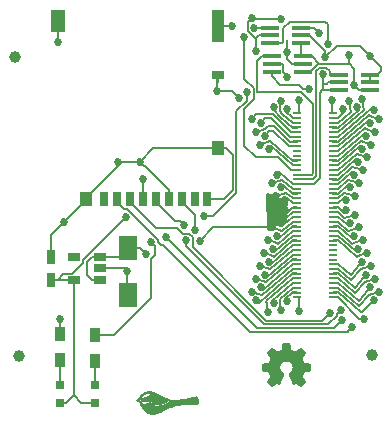
<source format=gtl>
G04 #@! TF.FileFunction,Copper,L1,Top,Signal*
%FSLAX46Y46*%
G04 Gerber Fmt 4.6, Leading zero omitted, Abs format (unit mm)*
G04 Created by KiCad (PCBNEW 4.0.1-stable) date Tuesday, March 08, 2016 'AMt' 11:46:43 AM*
%MOMM*%
G01*
G04 APERTURE LIST*
%ADD10C,0.100000*%
%ADD11C,0.010000*%
%ADD12C,1.000000*%
%ADD13R,0.700000X1.200000*%
%ADD14R,1.000000X1.200000*%
%ADD15R,1.300000X1.900000*%
%ADD16R,1.000000X2.800000*%
%ADD17R,1.000000X0.800000*%
%ADD18R,0.700000X0.200000*%
%ADD19R,1.501140X0.398780*%
%ADD20R,1.600000X2.000000*%
%ADD21R,0.750000X1.200000*%
%ADD22R,0.797560X0.797560*%
%ADD23R,0.900000X1.200000*%
%ADD24R,1.060000X0.650000*%
%ADD25C,0.685800*%
%ADD26C,0.685801*%
%ADD27C,0.152400*%
%ADD28C,0.254000*%
G04 APERTURE END LIST*
D10*
D11*
G36*
X145597890Y-123743476D02*
X145619607Y-123743821D01*
X145638555Y-123744540D01*
X145655765Y-123745719D01*
X145672270Y-123747441D01*
X145689101Y-123749790D01*
X145707292Y-123752850D01*
X145722352Y-123755645D01*
X145762711Y-123764396D01*
X145804606Y-123775414D01*
X145846059Y-123788125D01*
X145885093Y-123801957D01*
X145892895Y-123804990D01*
X145922503Y-123816780D01*
X145951560Y-123828531D01*
X145980332Y-123840368D01*
X146009083Y-123852414D01*
X146038081Y-123864793D01*
X146067591Y-123877628D01*
X146097879Y-123891043D01*
X146129210Y-123905162D01*
X146161851Y-123920109D01*
X146196067Y-123936008D01*
X146232124Y-123952981D01*
X146270288Y-123971153D01*
X146310824Y-123990648D01*
X146353999Y-124011589D01*
X146400078Y-124034100D01*
X146449327Y-124058305D01*
X146502013Y-124084327D01*
X146558399Y-124112290D01*
X146618754Y-124142318D01*
X146634333Y-124150083D01*
X146686341Y-124175963D01*
X146734400Y-124199774D01*
X146778855Y-124221675D01*
X146820050Y-124241825D01*
X146858331Y-124260383D01*
X146894043Y-124277509D01*
X146927531Y-124293361D01*
X146959140Y-124308099D01*
X146989214Y-124321882D01*
X147018099Y-124334869D01*
X147046140Y-124347221D01*
X147073682Y-124359095D01*
X147101069Y-124370651D01*
X147128648Y-124382048D01*
X147156761Y-124393446D01*
X147185756Y-124405004D01*
X147191784Y-124407386D01*
X147209241Y-124414341D01*
X147225202Y-124420833D01*
X147239121Y-124426627D01*
X147250450Y-124431492D01*
X147258645Y-124435195D01*
X147263158Y-124437503D01*
X147263869Y-124438075D01*
X147262563Y-124440832D01*
X147258180Y-124446251D01*
X147251270Y-124453795D01*
X147242385Y-124462924D01*
X147232075Y-124473099D01*
X147220890Y-124483782D01*
X147209380Y-124494433D01*
X147198096Y-124504515D01*
X147187588Y-124513487D01*
X147183204Y-124517062D01*
X147132211Y-124555188D01*
X147076855Y-124591379D01*
X147017225Y-124625598D01*
X146953406Y-124657810D01*
X146885487Y-124687978D01*
X146813555Y-124716066D01*
X146737696Y-124742040D01*
X146657998Y-124765862D01*
X146574549Y-124787496D01*
X146487435Y-124806907D01*
X146473467Y-124809744D01*
X146413669Y-124820927D01*
X146357688Y-124829711D01*
X146305154Y-124836122D01*
X146255698Y-124840187D01*
X146208950Y-124841931D01*
X146164542Y-124841382D01*
X146122103Y-124838567D01*
X146102375Y-124836425D01*
X146057479Y-124829163D01*
X146016093Y-124818835D01*
X145978274Y-124805475D01*
X145944079Y-124789116D01*
X145913565Y-124769792D01*
X145886788Y-124747535D01*
X145863805Y-124722379D01*
X145844673Y-124694357D01*
X145837520Y-124681186D01*
X145828869Y-124662070D01*
X145821870Y-124641992D01*
X145816258Y-124619947D01*
X145811770Y-124594928D01*
X145808778Y-124571810D01*
X145807017Y-124556104D01*
X145759847Y-124551992D01*
X145745104Y-124550714D01*
X145731916Y-124549583D01*
X145721079Y-124548667D01*
X145713388Y-124548033D01*
X145709639Y-124547747D01*
X145709510Y-124547741D01*
X145707469Y-124546313D01*
X145707773Y-124545286D01*
X145706528Y-124544251D01*
X145701914Y-124543987D01*
X145695321Y-124544379D01*
X145688137Y-124545312D01*
X145681751Y-124546672D01*
X145678810Y-124547675D01*
X145675033Y-124548715D01*
X145667280Y-124550402D01*
X145656345Y-124552577D01*
X145643022Y-124555085D01*
X145628107Y-124557768D01*
X145624381Y-124558420D01*
X145568505Y-124567682D01*
X145515420Y-124575481D01*
X145463382Y-124582048D01*
X145410652Y-124587618D01*
X145394571Y-124589116D01*
X145379191Y-124590209D01*
X145360536Y-124591055D01*
X145339533Y-124591653D01*
X145317109Y-124592003D01*
X145294192Y-124592105D01*
X145271706Y-124591958D01*
X145250581Y-124591562D01*
X145231741Y-124590917D01*
X145216114Y-124590022D01*
X145207095Y-124589190D01*
X145157156Y-124582570D01*
X145108568Y-124574418D01*
X145060046Y-124564468D01*
X145010304Y-124552450D01*
X144958055Y-124538096D01*
X144947445Y-124534996D01*
X144931948Y-124530341D01*
X144920529Y-124526674D01*
X144912586Y-124523756D01*
X144907514Y-124521346D01*
X144904714Y-124519204D01*
X144903722Y-124517578D01*
X144903066Y-124514072D01*
X144901989Y-124506328D01*
X144900557Y-124494920D01*
X144898841Y-124480422D01*
X144896906Y-124463409D01*
X144894823Y-124444456D01*
X144892704Y-124424582D01*
X144890241Y-124400806D01*
X144888316Y-124381429D01*
X144886901Y-124366043D01*
X144885968Y-124354244D01*
X144885489Y-124345623D01*
X144885436Y-124339776D01*
X144885783Y-124336294D01*
X144886500Y-124334773D01*
X144886565Y-124334728D01*
X144890819Y-124333159D01*
X144897571Y-124331623D01*
X144899605Y-124331280D01*
X144907317Y-124329889D01*
X144919009Y-124327518D01*
X144933961Y-124324332D01*
X144951451Y-124320495D01*
X144970760Y-124316171D01*
X144991165Y-124311523D01*
X145011946Y-124306716D01*
X145032383Y-124301914D01*
X145051754Y-124297280D01*
X145069339Y-124292979D01*
X145082514Y-124289664D01*
X145152888Y-124270903D01*
X145218710Y-124251815D01*
X145280260Y-124232305D01*
X145337819Y-124212280D01*
X145391666Y-124191646D01*
X145442082Y-124170309D01*
X145450210Y-124166661D01*
X145498672Y-124143036D01*
X145548023Y-124115787D01*
X145597083Y-124085663D01*
X145644673Y-124053417D01*
X145689616Y-124019797D01*
X145719933Y-123994939D01*
X145732045Y-123984405D01*
X145744616Y-123973151D01*
X145757155Y-123961653D01*
X145769170Y-123950384D01*
X145780171Y-123939818D01*
X145789665Y-123930429D01*
X145797161Y-123922691D01*
X145802168Y-123917077D01*
X145804194Y-123914062D01*
X145804151Y-123913738D01*
X145800610Y-123911991D01*
X145793091Y-123909332D01*
X145782321Y-123905973D01*
X145769025Y-123902129D01*
X145753931Y-123898015D01*
X145737765Y-123893845D01*
X145730819Y-123892125D01*
X145682885Y-123882245D01*
X145634747Y-123876066D01*
X145585937Y-123873600D01*
X145535987Y-123874860D01*
X145484427Y-123879857D01*
X145430790Y-123888605D01*
X145374605Y-123901115D01*
X145373269Y-123901449D01*
X145316150Y-123917728D01*
X145261384Y-123937221D01*
X145209173Y-123959771D01*
X145159722Y-123985220D01*
X145113232Y-124013411D01*
X145069907Y-124044186D01*
X145029950Y-124077388D01*
X144993562Y-124112858D01*
X144960948Y-124150440D01*
X144932311Y-124189977D01*
X144907852Y-124231309D01*
X144887775Y-124274281D01*
X144885373Y-124280296D01*
X144877804Y-124299648D01*
X144776354Y-124396202D01*
X144757831Y-124413846D01*
X144740380Y-124430497D01*
X144724311Y-124445857D01*
X144709936Y-124459627D01*
X144697566Y-124471508D01*
X144687512Y-124481202D01*
X144680085Y-124488409D01*
X144675596Y-124492832D01*
X144674324Y-124494174D01*
X144676351Y-124495404D01*
X144682387Y-124498401D01*
X144692016Y-124502971D01*
X144704824Y-124508924D01*
X144720395Y-124516069D01*
X144738314Y-124524213D01*
X144758164Y-124533165D01*
X144779531Y-124542735D01*
X144784640Y-124545013D01*
X144895536Y-124594436D01*
X144907083Y-124635728D01*
X144912641Y-124654900D01*
X144919390Y-124677059D01*
X144926912Y-124700919D01*
X144934791Y-124725195D01*
X144942611Y-124748602D01*
X144949953Y-124769855D01*
X144956122Y-124786919D01*
X144959858Y-124796304D01*
X144962957Y-124802115D01*
X144966150Y-124805417D01*
X144970055Y-124807241D01*
X144975062Y-124808040D01*
X144984196Y-124808683D01*
X144996750Y-124809172D01*
X145012014Y-124809507D01*
X145029280Y-124809690D01*
X145047842Y-124809724D01*
X145066989Y-124809608D01*
X145086014Y-124809345D01*
X145104209Y-124808937D01*
X145120866Y-124808384D01*
X145135276Y-124807689D01*
X145146619Y-124806863D01*
X145258351Y-124794774D01*
X145326838Y-124785603D01*
X145356132Y-124781189D01*
X145381379Y-124776868D01*
X145403360Y-124772428D01*
X145422857Y-124767653D01*
X145440651Y-124762331D01*
X145457523Y-124756246D01*
X145474255Y-124749184D01*
X145491628Y-124740933D01*
X145493752Y-124739873D01*
X145532076Y-124718252D01*
X145569659Y-124692307D01*
X145605869Y-124662553D01*
X145640073Y-124629502D01*
X145667363Y-124598880D01*
X145680019Y-124583635D01*
X145680019Y-124591987D01*
X145680712Y-124602188D01*
X145682625Y-124615800D01*
X145685512Y-124631624D01*
X145689127Y-124648462D01*
X145693222Y-124665114D01*
X145697550Y-124680381D01*
X145699405Y-124686173D01*
X145715445Y-124726904D01*
X145735322Y-124764716D01*
X145758978Y-124799558D01*
X145786350Y-124831374D01*
X145817380Y-124860111D01*
X145852006Y-124885717D01*
X145890168Y-124908137D01*
X145931805Y-124927319D01*
X145976857Y-124943209D01*
X145996914Y-124948923D01*
X146032741Y-124957339D01*
X146069615Y-124963721D01*
X146108407Y-124968166D01*
X146149988Y-124970775D01*
X146195228Y-124971646D01*
X146196486Y-124971647D01*
X146231578Y-124971229D01*
X146265663Y-124969929D01*
X146299533Y-124967658D01*
X146333982Y-124964326D01*
X146369803Y-124959845D01*
X146407790Y-124954126D01*
X146448735Y-124947080D01*
X146493433Y-124938618D01*
X146496448Y-124938025D01*
X146581094Y-124919934D01*
X146663037Y-124899615D01*
X146742112Y-124877142D01*
X146818153Y-124852591D01*
X146890995Y-124826036D01*
X146960474Y-124797553D01*
X147026424Y-124767216D01*
X147088680Y-124735101D01*
X147147077Y-124701282D01*
X147201450Y-124665834D01*
X147251633Y-124628833D01*
X147297462Y-124590352D01*
X147329810Y-124559632D01*
X147340875Y-124548214D01*
X147352189Y-124536029D01*
X147362638Y-124524311D01*
X147371104Y-124514294D01*
X147373352Y-124511469D01*
X147380273Y-124502594D01*
X147386408Y-124494754D01*
X147390943Y-124488989D01*
X147392705Y-124486775D01*
X147394587Y-124484749D01*
X147396870Y-124483686D01*
X147400577Y-124483591D01*
X147406727Y-124484470D01*
X147416345Y-124486329D01*
X147419314Y-124486929D01*
X147490473Y-124498886D01*
X147562069Y-124506051D01*
X147634224Y-124508432D01*
X147707057Y-124506035D01*
X147718067Y-124505262D01*
X147775880Y-124500415D01*
X147838159Y-124494221D01*
X147904730Y-124486710D01*
X147975420Y-124477912D01*
X148050056Y-124467858D01*
X148128464Y-124456576D01*
X148210473Y-124444097D01*
X148295908Y-124430450D01*
X148384598Y-124415667D01*
X148476368Y-124399776D01*
X148571045Y-124382808D01*
X148668458Y-124364792D01*
X148768432Y-124345758D01*
X148870795Y-124325737D01*
X148975373Y-124304759D01*
X149081995Y-124282852D01*
X149190485Y-124260048D01*
X149300672Y-124236376D01*
X149405352Y-124213423D01*
X149435862Y-124206666D01*
X149462069Y-124200983D01*
X149484406Y-124196466D01*
X149503307Y-124193208D01*
X149519208Y-124191300D01*
X149532541Y-124190835D01*
X149543740Y-124191905D01*
X149553240Y-124194603D01*
X149561475Y-124199020D01*
X149568879Y-124205249D01*
X149575886Y-124213382D01*
X149582929Y-124223511D01*
X149590443Y-124235729D01*
X149598862Y-124250128D01*
X149601797Y-124255174D01*
X149627352Y-124300278D01*
X149651306Y-124345021D01*
X149673386Y-124388833D01*
X149693323Y-124431142D01*
X149710844Y-124471379D01*
X149725680Y-124508973D01*
X149735187Y-124536018D01*
X149745789Y-124571958D01*
X149753137Y-124605498D01*
X149757251Y-124636481D01*
X149758150Y-124664750D01*
X149755853Y-124690150D01*
X149750378Y-124712523D01*
X149741744Y-124731713D01*
X149729969Y-124747563D01*
X149715074Y-124759917D01*
X149707857Y-124764043D01*
X149700908Y-124767306D01*
X149693331Y-124770302D01*
X149684879Y-124773051D01*
X149675307Y-124775572D01*
X149664372Y-124777884D01*
X149651826Y-124780007D01*
X149637427Y-124781960D01*
X149620927Y-124783761D01*
X149602084Y-124785431D01*
X149580650Y-124786989D01*
X149556383Y-124788454D01*
X149529035Y-124789845D01*
X149498363Y-124791181D01*
X149464121Y-124792483D01*
X149426065Y-124793769D01*
X149383949Y-124795058D01*
X149337529Y-124796370D01*
X149286558Y-124797724D01*
X149277143Y-124797967D01*
X149193433Y-124800256D01*
X149114179Y-124802711D01*
X149038999Y-124805352D01*
X148967513Y-124808202D01*
X148899340Y-124811281D01*
X148834099Y-124814609D01*
X148771411Y-124818209D01*
X148710893Y-124822101D01*
X148652165Y-124826306D01*
X148594847Y-124830846D01*
X148538558Y-124835740D01*
X148482917Y-124841011D01*
X148464343Y-124842866D01*
X148376092Y-124852350D01*
X148290744Y-124862702D01*
X148207787Y-124874038D01*
X148126707Y-124886474D01*
X148046991Y-124900127D01*
X147968125Y-124915112D01*
X147889598Y-124931546D01*
X147810894Y-124949545D01*
X147731502Y-124969225D01*
X147650908Y-124990703D01*
X147568599Y-125014095D01*
X147484062Y-125039516D01*
X147396783Y-125067083D01*
X147306249Y-125096912D01*
X147234257Y-125121406D01*
X147200067Y-125133412D01*
X147167474Y-125145361D01*
X147136018Y-125157474D01*
X147105241Y-125169971D01*
X147074683Y-125183070D01*
X147043886Y-125196991D01*
X147012390Y-125211955D01*
X146979736Y-125228180D01*
X146945466Y-125245887D01*
X146909120Y-125265295D01*
X146870239Y-125286623D01*
X146828365Y-125310092D01*
X146783038Y-125335920D01*
X146768590Y-125344224D01*
X146728393Y-125367353D01*
X146692070Y-125388218D01*
X146659315Y-125406989D01*
X146629820Y-125423834D01*
X146603279Y-125438923D01*
X146579386Y-125452425D01*
X146557832Y-125464510D01*
X146538311Y-125475347D01*
X146520516Y-125485105D01*
X146504140Y-125493953D01*
X146488876Y-125502061D01*
X146474417Y-125509598D01*
X146460457Y-125516734D01*
X146446687Y-125523637D01*
X146432802Y-125530478D01*
X146418494Y-125537425D01*
X146417239Y-125538031D01*
X146370995Y-125559588D01*
X146327371Y-125578276D01*
X146285428Y-125594365D01*
X146244223Y-125608123D01*
X146202818Y-125619819D01*
X146160270Y-125629722D01*
X146115639Y-125638101D01*
X146067985Y-125645226D01*
X146023524Y-125650592D01*
X145995419Y-125653170D01*
X145963913Y-125655200D01*
X145930417Y-125656643D01*
X145896340Y-125657463D01*
X145863094Y-125657622D01*
X145832088Y-125657082D01*
X145811857Y-125656234D01*
X145757311Y-125651679D01*
X145702141Y-125644053D01*
X145647162Y-125633561D01*
X145593189Y-125620409D01*
X145541036Y-125604801D01*
X145491518Y-125586941D01*
X145445451Y-125567036D01*
X145433034Y-125561000D01*
X145377505Y-125530655D01*
X145323181Y-125495709D01*
X145270159Y-125456270D01*
X145218534Y-125412446D01*
X145168402Y-125364345D01*
X145119859Y-125312076D01*
X145073001Y-125255746D01*
X145027924Y-125195465D01*
X144984723Y-125131339D01*
X144943495Y-125063477D01*
X144904335Y-124991987D01*
X144873415Y-124929852D01*
X144860840Y-124902482D01*
X144848757Y-124874118D01*
X144836818Y-124843873D01*
X144824676Y-124810861D01*
X144811984Y-124774197D01*
X144809005Y-124765315D01*
X144803746Y-124749237D01*
X144798189Y-124731690D01*
X144792577Y-124713490D01*
X144787149Y-124695456D01*
X144782149Y-124678405D01*
X144777818Y-124663156D01*
X144774397Y-124650525D01*
X144772129Y-124641330D01*
X144771573Y-124638669D01*
X144770086Y-124630741D01*
X144629779Y-124574122D01*
X144605107Y-124564148D01*
X144581788Y-124554687D01*
X144560205Y-124545897D01*
X144540741Y-124537934D01*
X144523781Y-124530958D01*
X144509707Y-124525125D01*
X144498904Y-124520595D01*
X144491754Y-124517524D01*
X144488641Y-124516070D01*
X144488539Y-124515993D01*
X144490144Y-124514176D01*
X144495082Y-124509406D01*
X144503071Y-124501941D01*
X144513825Y-124492039D01*
X144527061Y-124479960D01*
X144542494Y-124465962D01*
X144559841Y-124450303D01*
X144578816Y-124433243D01*
X144599137Y-124415039D01*
X144616539Y-124399499D01*
X144641236Y-124377467D01*
X144662571Y-124358409D01*
X144680798Y-124342080D01*
X144696170Y-124328239D01*
X144708940Y-124316642D01*
X144719361Y-124307046D01*
X144727686Y-124299209D01*
X144734169Y-124292887D01*
X144739062Y-124287839D01*
X144742619Y-124283820D01*
X144745092Y-124280588D01*
X144746736Y-124277901D01*
X144747802Y-124275515D01*
X144748545Y-124273187D01*
X144748671Y-124272730D01*
X144753066Y-124258639D01*
X144759307Y-124241530D01*
X144766899Y-124222617D01*
X144775342Y-124203114D01*
X144784141Y-124184235D01*
X144788663Y-124175123D01*
X144810913Y-124135208D01*
X144836441Y-124096722D01*
X144865714Y-124059028D01*
X144899199Y-124021488D01*
X144908212Y-124012125D01*
X144946275Y-123975413D01*
X144985552Y-123942167D01*
X145026870Y-123911793D01*
X145071052Y-123883696D01*
X145118924Y-123857283D01*
X145133314Y-123850002D01*
X145179980Y-123828147D01*
X145226618Y-123809060D01*
X145274071Y-123792485D01*
X145323182Y-123778166D01*
X145374792Y-123765846D01*
X145429745Y-123755269D01*
X145461609Y-123750116D01*
X145475211Y-123748114D01*
X145487093Y-123746560D01*
X145498213Y-123745397D01*
X145509528Y-123744566D01*
X145521995Y-123744011D01*
X145536570Y-123743672D01*
X145554211Y-123743493D01*
X145572371Y-123743423D01*
X145597890Y-123743476D01*
X145597890Y-123743476D01*
G37*
X145597890Y-123743476D02*
X145619607Y-123743821D01*
X145638555Y-123744540D01*
X145655765Y-123745719D01*
X145672270Y-123747441D01*
X145689101Y-123749790D01*
X145707292Y-123752850D01*
X145722352Y-123755645D01*
X145762711Y-123764396D01*
X145804606Y-123775414D01*
X145846059Y-123788125D01*
X145885093Y-123801957D01*
X145892895Y-123804990D01*
X145922503Y-123816780D01*
X145951560Y-123828531D01*
X145980332Y-123840368D01*
X146009083Y-123852414D01*
X146038081Y-123864793D01*
X146067591Y-123877628D01*
X146097879Y-123891043D01*
X146129210Y-123905162D01*
X146161851Y-123920109D01*
X146196067Y-123936008D01*
X146232124Y-123952981D01*
X146270288Y-123971153D01*
X146310824Y-123990648D01*
X146353999Y-124011589D01*
X146400078Y-124034100D01*
X146449327Y-124058305D01*
X146502013Y-124084327D01*
X146558399Y-124112290D01*
X146618754Y-124142318D01*
X146634333Y-124150083D01*
X146686341Y-124175963D01*
X146734400Y-124199774D01*
X146778855Y-124221675D01*
X146820050Y-124241825D01*
X146858331Y-124260383D01*
X146894043Y-124277509D01*
X146927531Y-124293361D01*
X146959140Y-124308099D01*
X146989214Y-124321882D01*
X147018099Y-124334869D01*
X147046140Y-124347221D01*
X147073682Y-124359095D01*
X147101069Y-124370651D01*
X147128648Y-124382048D01*
X147156761Y-124393446D01*
X147185756Y-124405004D01*
X147191784Y-124407386D01*
X147209241Y-124414341D01*
X147225202Y-124420833D01*
X147239121Y-124426627D01*
X147250450Y-124431492D01*
X147258645Y-124435195D01*
X147263158Y-124437503D01*
X147263869Y-124438075D01*
X147262563Y-124440832D01*
X147258180Y-124446251D01*
X147251270Y-124453795D01*
X147242385Y-124462924D01*
X147232075Y-124473099D01*
X147220890Y-124483782D01*
X147209380Y-124494433D01*
X147198096Y-124504515D01*
X147187588Y-124513487D01*
X147183204Y-124517062D01*
X147132211Y-124555188D01*
X147076855Y-124591379D01*
X147017225Y-124625598D01*
X146953406Y-124657810D01*
X146885487Y-124687978D01*
X146813555Y-124716066D01*
X146737696Y-124742040D01*
X146657998Y-124765862D01*
X146574549Y-124787496D01*
X146487435Y-124806907D01*
X146473467Y-124809744D01*
X146413669Y-124820927D01*
X146357688Y-124829711D01*
X146305154Y-124836122D01*
X146255698Y-124840187D01*
X146208950Y-124841931D01*
X146164542Y-124841382D01*
X146122103Y-124838567D01*
X146102375Y-124836425D01*
X146057479Y-124829163D01*
X146016093Y-124818835D01*
X145978274Y-124805475D01*
X145944079Y-124789116D01*
X145913565Y-124769792D01*
X145886788Y-124747535D01*
X145863805Y-124722379D01*
X145844673Y-124694357D01*
X145837520Y-124681186D01*
X145828869Y-124662070D01*
X145821870Y-124641992D01*
X145816258Y-124619947D01*
X145811770Y-124594928D01*
X145808778Y-124571810D01*
X145807017Y-124556104D01*
X145759847Y-124551992D01*
X145745104Y-124550714D01*
X145731916Y-124549583D01*
X145721079Y-124548667D01*
X145713388Y-124548033D01*
X145709639Y-124547747D01*
X145709510Y-124547741D01*
X145707469Y-124546313D01*
X145707773Y-124545286D01*
X145706528Y-124544251D01*
X145701914Y-124543987D01*
X145695321Y-124544379D01*
X145688137Y-124545312D01*
X145681751Y-124546672D01*
X145678810Y-124547675D01*
X145675033Y-124548715D01*
X145667280Y-124550402D01*
X145656345Y-124552577D01*
X145643022Y-124555085D01*
X145628107Y-124557768D01*
X145624381Y-124558420D01*
X145568505Y-124567682D01*
X145515420Y-124575481D01*
X145463382Y-124582048D01*
X145410652Y-124587618D01*
X145394571Y-124589116D01*
X145379191Y-124590209D01*
X145360536Y-124591055D01*
X145339533Y-124591653D01*
X145317109Y-124592003D01*
X145294192Y-124592105D01*
X145271706Y-124591958D01*
X145250581Y-124591562D01*
X145231741Y-124590917D01*
X145216114Y-124590022D01*
X145207095Y-124589190D01*
X145157156Y-124582570D01*
X145108568Y-124574418D01*
X145060046Y-124564468D01*
X145010304Y-124552450D01*
X144958055Y-124538096D01*
X144947445Y-124534996D01*
X144931948Y-124530341D01*
X144920529Y-124526674D01*
X144912586Y-124523756D01*
X144907514Y-124521346D01*
X144904714Y-124519204D01*
X144903722Y-124517578D01*
X144903066Y-124514072D01*
X144901989Y-124506328D01*
X144900557Y-124494920D01*
X144898841Y-124480422D01*
X144896906Y-124463409D01*
X144894823Y-124444456D01*
X144892704Y-124424582D01*
X144890241Y-124400806D01*
X144888316Y-124381429D01*
X144886901Y-124366043D01*
X144885968Y-124354244D01*
X144885489Y-124345623D01*
X144885436Y-124339776D01*
X144885783Y-124336294D01*
X144886500Y-124334773D01*
X144886565Y-124334728D01*
X144890819Y-124333159D01*
X144897571Y-124331623D01*
X144899605Y-124331280D01*
X144907317Y-124329889D01*
X144919009Y-124327518D01*
X144933961Y-124324332D01*
X144951451Y-124320495D01*
X144970760Y-124316171D01*
X144991165Y-124311523D01*
X145011946Y-124306716D01*
X145032383Y-124301914D01*
X145051754Y-124297280D01*
X145069339Y-124292979D01*
X145082514Y-124289664D01*
X145152888Y-124270903D01*
X145218710Y-124251815D01*
X145280260Y-124232305D01*
X145337819Y-124212280D01*
X145391666Y-124191646D01*
X145442082Y-124170309D01*
X145450210Y-124166661D01*
X145498672Y-124143036D01*
X145548023Y-124115787D01*
X145597083Y-124085663D01*
X145644673Y-124053417D01*
X145689616Y-124019797D01*
X145719933Y-123994939D01*
X145732045Y-123984405D01*
X145744616Y-123973151D01*
X145757155Y-123961653D01*
X145769170Y-123950384D01*
X145780171Y-123939818D01*
X145789665Y-123930429D01*
X145797161Y-123922691D01*
X145802168Y-123917077D01*
X145804194Y-123914062D01*
X145804151Y-123913738D01*
X145800610Y-123911991D01*
X145793091Y-123909332D01*
X145782321Y-123905973D01*
X145769025Y-123902129D01*
X145753931Y-123898015D01*
X145737765Y-123893845D01*
X145730819Y-123892125D01*
X145682885Y-123882245D01*
X145634747Y-123876066D01*
X145585937Y-123873600D01*
X145535987Y-123874860D01*
X145484427Y-123879857D01*
X145430790Y-123888605D01*
X145374605Y-123901115D01*
X145373269Y-123901449D01*
X145316150Y-123917728D01*
X145261384Y-123937221D01*
X145209173Y-123959771D01*
X145159722Y-123985220D01*
X145113232Y-124013411D01*
X145069907Y-124044186D01*
X145029950Y-124077388D01*
X144993562Y-124112858D01*
X144960948Y-124150440D01*
X144932311Y-124189977D01*
X144907852Y-124231309D01*
X144887775Y-124274281D01*
X144885373Y-124280296D01*
X144877804Y-124299648D01*
X144776354Y-124396202D01*
X144757831Y-124413846D01*
X144740380Y-124430497D01*
X144724311Y-124445857D01*
X144709936Y-124459627D01*
X144697566Y-124471508D01*
X144687512Y-124481202D01*
X144680085Y-124488409D01*
X144675596Y-124492832D01*
X144674324Y-124494174D01*
X144676351Y-124495404D01*
X144682387Y-124498401D01*
X144692016Y-124502971D01*
X144704824Y-124508924D01*
X144720395Y-124516069D01*
X144738314Y-124524213D01*
X144758164Y-124533165D01*
X144779531Y-124542735D01*
X144784640Y-124545013D01*
X144895536Y-124594436D01*
X144907083Y-124635728D01*
X144912641Y-124654900D01*
X144919390Y-124677059D01*
X144926912Y-124700919D01*
X144934791Y-124725195D01*
X144942611Y-124748602D01*
X144949953Y-124769855D01*
X144956122Y-124786919D01*
X144959858Y-124796304D01*
X144962957Y-124802115D01*
X144966150Y-124805417D01*
X144970055Y-124807241D01*
X144975062Y-124808040D01*
X144984196Y-124808683D01*
X144996750Y-124809172D01*
X145012014Y-124809507D01*
X145029280Y-124809690D01*
X145047842Y-124809724D01*
X145066989Y-124809608D01*
X145086014Y-124809345D01*
X145104209Y-124808937D01*
X145120866Y-124808384D01*
X145135276Y-124807689D01*
X145146619Y-124806863D01*
X145258351Y-124794774D01*
X145326838Y-124785603D01*
X145356132Y-124781189D01*
X145381379Y-124776868D01*
X145403360Y-124772428D01*
X145422857Y-124767653D01*
X145440651Y-124762331D01*
X145457523Y-124756246D01*
X145474255Y-124749184D01*
X145491628Y-124740933D01*
X145493752Y-124739873D01*
X145532076Y-124718252D01*
X145569659Y-124692307D01*
X145605869Y-124662553D01*
X145640073Y-124629502D01*
X145667363Y-124598880D01*
X145680019Y-124583635D01*
X145680019Y-124591987D01*
X145680712Y-124602188D01*
X145682625Y-124615800D01*
X145685512Y-124631624D01*
X145689127Y-124648462D01*
X145693222Y-124665114D01*
X145697550Y-124680381D01*
X145699405Y-124686173D01*
X145715445Y-124726904D01*
X145735322Y-124764716D01*
X145758978Y-124799558D01*
X145786350Y-124831374D01*
X145817380Y-124860111D01*
X145852006Y-124885717D01*
X145890168Y-124908137D01*
X145931805Y-124927319D01*
X145976857Y-124943209D01*
X145996914Y-124948923D01*
X146032741Y-124957339D01*
X146069615Y-124963721D01*
X146108407Y-124968166D01*
X146149988Y-124970775D01*
X146195228Y-124971646D01*
X146196486Y-124971647D01*
X146231578Y-124971229D01*
X146265663Y-124969929D01*
X146299533Y-124967658D01*
X146333982Y-124964326D01*
X146369803Y-124959845D01*
X146407790Y-124954126D01*
X146448735Y-124947080D01*
X146493433Y-124938618D01*
X146496448Y-124938025D01*
X146581094Y-124919934D01*
X146663037Y-124899615D01*
X146742112Y-124877142D01*
X146818153Y-124852591D01*
X146890995Y-124826036D01*
X146960474Y-124797553D01*
X147026424Y-124767216D01*
X147088680Y-124735101D01*
X147147077Y-124701282D01*
X147201450Y-124665834D01*
X147251633Y-124628833D01*
X147297462Y-124590352D01*
X147329810Y-124559632D01*
X147340875Y-124548214D01*
X147352189Y-124536029D01*
X147362638Y-124524311D01*
X147371104Y-124514294D01*
X147373352Y-124511469D01*
X147380273Y-124502594D01*
X147386408Y-124494754D01*
X147390943Y-124488989D01*
X147392705Y-124486775D01*
X147394587Y-124484749D01*
X147396870Y-124483686D01*
X147400577Y-124483591D01*
X147406727Y-124484470D01*
X147416345Y-124486329D01*
X147419314Y-124486929D01*
X147490473Y-124498886D01*
X147562069Y-124506051D01*
X147634224Y-124508432D01*
X147707057Y-124506035D01*
X147718067Y-124505262D01*
X147775880Y-124500415D01*
X147838159Y-124494221D01*
X147904730Y-124486710D01*
X147975420Y-124477912D01*
X148050056Y-124467858D01*
X148128464Y-124456576D01*
X148210473Y-124444097D01*
X148295908Y-124430450D01*
X148384598Y-124415667D01*
X148476368Y-124399776D01*
X148571045Y-124382808D01*
X148668458Y-124364792D01*
X148768432Y-124345758D01*
X148870795Y-124325737D01*
X148975373Y-124304759D01*
X149081995Y-124282852D01*
X149190485Y-124260048D01*
X149300672Y-124236376D01*
X149405352Y-124213423D01*
X149435862Y-124206666D01*
X149462069Y-124200983D01*
X149484406Y-124196466D01*
X149503307Y-124193208D01*
X149519208Y-124191300D01*
X149532541Y-124190835D01*
X149543740Y-124191905D01*
X149553240Y-124194603D01*
X149561475Y-124199020D01*
X149568879Y-124205249D01*
X149575886Y-124213382D01*
X149582929Y-124223511D01*
X149590443Y-124235729D01*
X149598862Y-124250128D01*
X149601797Y-124255174D01*
X149627352Y-124300278D01*
X149651306Y-124345021D01*
X149673386Y-124388833D01*
X149693323Y-124431142D01*
X149710844Y-124471379D01*
X149725680Y-124508973D01*
X149735187Y-124536018D01*
X149745789Y-124571958D01*
X149753137Y-124605498D01*
X149757251Y-124636481D01*
X149758150Y-124664750D01*
X149755853Y-124690150D01*
X149750378Y-124712523D01*
X149741744Y-124731713D01*
X149729969Y-124747563D01*
X149715074Y-124759917D01*
X149707857Y-124764043D01*
X149700908Y-124767306D01*
X149693331Y-124770302D01*
X149684879Y-124773051D01*
X149675307Y-124775572D01*
X149664372Y-124777884D01*
X149651826Y-124780007D01*
X149637427Y-124781960D01*
X149620927Y-124783761D01*
X149602084Y-124785431D01*
X149580650Y-124786989D01*
X149556383Y-124788454D01*
X149529035Y-124789845D01*
X149498363Y-124791181D01*
X149464121Y-124792483D01*
X149426065Y-124793769D01*
X149383949Y-124795058D01*
X149337529Y-124796370D01*
X149286558Y-124797724D01*
X149277143Y-124797967D01*
X149193433Y-124800256D01*
X149114179Y-124802711D01*
X149038999Y-124805352D01*
X148967513Y-124808202D01*
X148899340Y-124811281D01*
X148834099Y-124814609D01*
X148771411Y-124818209D01*
X148710893Y-124822101D01*
X148652165Y-124826306D01*
X148594847Y-124830846D01*
X148538558Y-124835740D01*
X148482917Y-124841011D01*
X148464343Y-124842866D01*
X148376092Y-124852350D01*
X148290744Y-124862702D01*
X148207787Y-124874038D01*
X148126707Y-124886474D01*
X148046991Y-124900127D01*
X147968125Y-124915112D01*
X147889598Y-124931546D01*
X147810894Y-124949545D01*
X147731502Y-124969225D01*
X147650908Y-124990703D01*
X147568599Y-125014095D01*
X147484062Y-125039516D01*
X147396783Y-125067083D01*
X147306249Y-125096912D01*
X147234257Y-125121406D01*
X147200067Y-125133412D01*
X147167474Y-125145361D01*
X147136018Y-125157474D01*
X147105241Y-125169971D01*
X147074683Y-125183070D01*
X147043886Y-125196991D01*
X147012390Y-125211955D01*
X146979736Y-125228180D01*
X146945466Y-125245887D01*
X146909120Y-125265295D01*
X146870239Y-125286623D01*
X146828365Y-125310092D01*
X146783038Y-125335920D01*
X146768590Y-125344224D01*
X146728393Y-125367353D01*
X146692070Y-125388218D01*
X146659315Y-125406989D01*
X146629820Y-125423834D01*
X146603279Y-125438923D01*
X146579386Y-125452425D01*
X146557832Y-125464510D01*
X146538311Y-125475347D01*
X146520516Y-125485105D01*
X146504140Y-125493953D01*
X146488876Y-125502061D01*
X146474417Y-125509598D01*
X146460457Y-125516734D01*
X146446687Y-125523637D01*
X146432802Y-125530478D01*
X146418494Y-125537425D01*
X146417239Y-125538031D01*
X146370995Y-125559588D01*
X146327371Y-125578276D01*
X146285428Y-125594365D01*
X146244223Y-125608123D01*
X146202818Y-125619819D01*
X146160270Y-125629722D01*
X146115639Y-125638101D01*
X146067985Y-125645226D01*
X146023524Y-125650592D01*
X145995419Y-125653170D01*
X145963913Y-125655200D01*
X145930417Y-125656643D01*
X145896340Y-125657463D01*
X145863094Y-125657622D01*
X145832088Y-125657082D01*
X145811857Y-125656234D01*
X145757311Y-125651679D01*
X145702141Y-125644053D01*
X145647162Y-125633561D01*
X145593189Y-125620409D01*
X145541036Y-125604801D01*
X145491518Y-125586941D01*
X145445451Y-125567036D01*
X145433034Y-125561000D01*
X145377505Y-125530655D01*
X145323181Y-125495709D01*
X145270159Y-125456270D01*
X145218534Y-125412446D01*
X145168402Y-125364345D01*
X145119859Y-125312076D01*
X145073001Y-125255746D01*
X145027924Y-125195465D01*
X144984723Y-125131339D01*
X144943495Y-125063477D01*
X144904335Y-124991987D01*
X144873415Y-124929852D01*
X144860840Y-124902482D01*
X144848757Y-124874118D01*
X144836818Y-124843873D01*
X144824676Y-124810861D01*
X144811984Y-124774197D01*
X144809005Y-124765315D01*
X144803746Y-124749237D01*
X144798189Y-124731690D01*
X144792577Y-124713490D01*
X144787149Y-124695456D01*
X144782149Y-124678405D01*
X144777818Y-124663156D01*
X144774397Y-124650525D01*
X144772129Y-124641330D01*
X144771573Y-124638669D01*
X144770086Y-124630741D01*
X144629779Y-124574122D01*
X144605107Y-124564148D01*
X144581788Y-124554687D01*
X144560205Y-124545897D01*
X144540741Y-124537934D01*
X144523781Y-124530958D01*
X144509707Y-124525125D01*
X144498904Y-124520595D01*
X144491754Y-124517524D01*
X144488641Y-124516070D01*
X144488539Y-124515993D01*
X144490144Y-124514176D01*
X144495082Y-124509406D01*
X144503071Y-124501941D01*
X144513825Y-124492039D01*
X144527061Y-124479960D01*
X144542494Y-124465962D01*
X144559841Y-124450303D01*
X144578816Y-124433243D01*
X144599137Y-124415039D01*
X144616539Y-124399499D01*
X144641236Y-124377467D01*
X144662571Y-124358409D01*
X144680798Y-124342080D01*
X144696170Y-124328239D01*
X144708940Y-124316642D01*
X144719361Y-124307046D01*
X144727686Y-124299209D01*
X144734169Y-124292887D01*
X144739062Y-124287839D01*
X144742619Y-124283820D01*
X144745092Y-124280588D01*
X144746736Y-124277901D01*
X144747802Y-124275515D01*
X144748545Y-124273187D01*
X144748671Y-124272730D01*
X144753066Y-124258639D01*
X144759307Y-124241530D01*
X144766899Y-124222617D01*
X144775342Y-124203114D01*
X144784141Y-124184235D01*
X144788663Y-124175123D01*
X144810913Y-124135208D01*
X144836441Y-124096722D01*
X144865714Y-124059028D01*
X144899199Y-124021488D01*
X144908212Y-124012125D01*
X144946275Y-123975413D01*
X144985552Y-123942167D01*
X145026870Y-123911793D01*
X145071052Y-123883696D01*
X145118924Y-123857283D01*
X145133314Y-123850002D01*
X145179980Y-123828147D01*
X145226618Y-123809060D01*
X145274071Y-123792485D01*
X145323182Y-123778166D01*
X145374792Y-123765846D01*
X145429745Y-123755269D01*
X145461609Y-123750116D01*
X145475211Y-123748114D01*
X145487093Y-123746560D01*
X145498213Y-123745397D01*
X145509528Y-123744566D01*
X145521995Y-123744011D01*
X145536570Y-123743672D01*
X145554211Y-123743493D01*
X145572371Y-123743423D01*
X145597890Y-123743476D01*
G36*
X157211912Y-119689328D02*
X157249087Y-119689340D01*
X157281821Y-119689366D01*
X157310406Y-119689411D01*
X157335137Y-119689481D01*
X157356306Y-119689581D01*
X157374208Y-119689715D01*
X157389136Y-119689889D01*
X157401384Y-119690109D01*
X157411247Y-119690379D01*
X157419017Y-119690705D01*
X157424988Y-119691092D01*
X157429454Y-119691544D01*
X157432709Y-119692067D01*
X157435046Y-119692667D01*
X157436760Y-119693349D01*
X157438032Y-119694048D01*
X157444217Y-119699369D01*
X157448517Y-119705738D01*
X157448618Y-119705984D01*
X157449468Y-119709432D01*
X157451162Y-119717481D01*
X157453633Y-119729785D01*
X157456816Y-119745999D01*
X157460644Y-119765777D01*
X157465052Y-119788772D01*
X157469972Y-119814640D01*
X157475339Y-119843034D01*
X157481087Y-119873609D01*
X157487150Y-119906019D01*
X157493461Y-119939918D01*
X157496888Y-119958396D01*
X157503321Y-119993102D01*
X157509535Y-120026614D01*
X157515466Y-120058574D01*
X157521046Y-120088625D01*
X157526209Y-120116411D01*
X157530889Y-120141572D01*
X157535018Y-120163753D01*
X157538531Y-120182596D01*
X157541362Y-120197743D01*
X157543443Y-120208837D01*
X157544708Y-120215522D01*
X157545013Y-120217096D01*
X157545885Y-120221591D01*
X157546785Y-120225572D01*
X157548016Y-120229199D01*
X157549879Y-120232631D01*
X157552678Y-120236027D01*
X157556715Y-120239546D01*
X157562292Y-120243349D01*
X157569712Y-120247593D01*
X157579277Y-120252440D01*
X157591290Y-120258046D01*
X157606054Y-120264573D01*
X157623871Y-120272180D01*
X157645043Y-120281025D01*
X157669873Y-120291268D01*
X157698663Y-120303068D01*
X157731716Y-120316586D01*
X157741628Y-120320639D01*
X157776076Y-120334740D01*
X157806188Y-120347060D01*
X157832294Y-120357692D01*
X157854727Y-120366727D01*
X157873816Y-120374258D01*
X157889894Y-120380378D01*
X157903292Y-120385177D01*
X157914341Y-120388748D01*
X157923372Y-120391184D01*
X157930717Y-120392576D01*
X157936707Y-120393017D01*
X157941673Y-120392599D01*
X157945947Y-120391413D01*
X157949860Y-120389553D01*
X157953743Y-120387110D01*
X157957927Y-120384176D01*
X157961390Y-120381759D01*
X157965895Y-120378675D01*
X157974234Y-120372960D01*
X157986094Y-120364828D01*
X158001161Y-120354496D01*
X158019123Y-120342176D01*
X158039666Y-120328085D01*
X158062477Y-120312437D01*
X158087244Y-120295447D01*
X158113652Y-120277329D01*
X158141388Y-120258299D01*
X158170140Y-120238571D01*
X158181367Y-120230867D01*
X158214967Y-120207819D01*
X158244678Y-120187457D01*
X158270756Y-120169616D01*
X158293454Y-120154130D01*
X158313028Y-120140833D01*
X158329732Y-120129561D01*
X158343819Y-120120146D01*
X158355546Y-120112424D01*
X158365166Y-120106229D01*
X158372934Y-120101394D01*
X158379104Y-120097754D01*
X158383931Y-120095144D01*
X158387669Y-120093398D01*
X158390573Y-120092350D01*
X158392897Y-120091833D01*
X158394895Y-120091684D01*
X158395110Y-120091683D01*
X158406011Y-120091683D01*
X158592758Y-120278429D01*
X158622582Y-120308256D01*
X158649048Y-120334738D01*
X158672358Y-120358086D01*
X158692712Y-120378513D01*
X158710310Y-120396229D01*
X158725352Y-120411445D01*
X158738040Y-120424372D01*
X158748573Y-120435223D01*
X158757152Y-120444207D01*
X158763977Y-120451537D01*
X158769249Y-120457423D01*
X158773168Y-120462076D01*
X158775935Y-120465708D01*
X158777749Y-120468530D01*
X158778812Y-120470754D01*
X158779323Y-120472589D01*
X158779484Y-120474249D01*
X158779495Y-120475217D01*
X158778249Y-120484021D01*
X158775215Y-120492217D01*
X158774773Y-120492985D01*
X158772686Y-120496153D01*
X158767958Y-120503162D01*
X158760798Y-120513709D01*
X158751414Y-120527491D01*
X158740012Y-120544203D01*
X158726801Y-120563542D01*
X158711987Y-120585204D01*
X158695780Y-120608884D01*
X158678385Y-120634279D01*
X158660012Y-120661086D01*
X158640866Y-120688999D01*
X158638179Y-120692916D01*
X158618759Y-120721219D01*
X158599948Y-120748639D01*
X158581966Y-120774850D01*
X158565037Y-120799529D01*
X158549383Y-120822353D01*
X158535226Y-120842997D01*
X158522787Y-120861137D01*
X158512289Y-120876450D01*
X158503954Y-120888611D01*
X158498005Y-120897297D01*
X158494663Y-120902184D01*
X158494525Y-120902386D01*
X158491271Y-120907029D01*
X158488436Y-120911113D01*
X158486117Y-120914966D01*
X158484410Y-120918916D01*
X158483412Y-120923290D01*
X158483218Y-120928418D01*
X158483927Y-120934628D01*
X158485635Y-120942247D01*
X158488437Y-120951604D01*
X158492431Y-120963027D01*
X158497713Y-120976845D01*
X158504381Y-120993385D01*
X158512529Y-121012975D01*
X158522256Y-121035945D01*
X158533657Y-121062621D01*
X158546830Y-121093333D01*
X158559234Y-121122256D01*
X158571459Y-121150761D01*
X158583181Y-121178056D01*
X158594240Y-121203768D01*
X158604475Y-121227524D01*
X158613723Y-121248952D01*
X158621825Y-121267678D01*
X158628620Y-121283330D01*
X158633945Y-121295536D01*
X158637640Y-121303921D01*
X158639544Y-121308114D01*
X158639671Y-121308370D01*
X158644634Y-121315307D01*
X158651041Y-121321298D01*
X158651084Y-121321329D01*
X158652257Y-121322180D01*
X158653418Y-121322962D01*
X158654835Y-121323728D01*
X158656774Y-121324531D01*
X158659505Y-121325425D01*
X158663294Y-121326463D01*
X158668410Y-121327699D01*
X158675119Y-121329185D01*
X158683691Y-121330974D01*
X158694392Y-121333121D01*
X158707490Y-121335678D01*
X158723253Y-121338699D01*
X158741948Y-121342236D01*
X158763845Y-121346344D01*
X158789209Y-121351075D01*
X158818308Y-121356483D01*
X158851412Y-121362621D01*
X158888786Y-121369543D01*
X158930700Y-121377300D01*
X158954287Y-121381666D01*
X158984902Y-121387339D01*
X159014300Y-121392800D01*
X159042076Y-121397972D01*
X159067820Y-121402779D01*
X159091124Y-121407143D01*
X159111580Y-121410989D01*
X159128782Y-121414240D01*
X159142319Y-121416819D01*
X159151786Y-121418650D01*
X159156773Y-121419656D01*
X159157099Y-121419729D01*
X159165862Y-121422846D01*
X159173200Y-121427326D01*
X159174703Y-121428716D01*
X159180623Y-121435018D01*
X159181262Y-121698246D01*
X159181362Y-121740381D01*
X159181443Y-121777778D01*
X159181500Y-121810730D01*
X159181528Y-121839530D01*
X159181523Y-121864469D01*
X159181481Y-121885841D01*
X159181396Y-121903938D01*
X159181265Y-121919052D01*
X159181083Y-121931475D01*
X159180845Y-121941500D01*
X159180546Y-121949419D01*
X159180183Y-121955525D01*
X159179751Y-121960110D01*
X159179245Y-121963466D01*
X159178660Y-121965886D01*
X159177993Y-121967663D01*
X159177238Y-121969088D01*
X159177056Y-121969389D01*
X159170775Y-121976182D01*
X159163843Y-121980019D01*
X159159972Y-121980937D01*
X159151590Y-121982681D01*
X159139132Y-121985167D01*
X159123035Y-121988312D01*
X159103733Y-121992032D01*
X159081662Y-121996243D01*
X159057258Y-122000861D01*
X159030957Y-122005803D01*
X159003193Y-122010984D01*
X158992010Y-122013062D01*
X158946078Y-122021585D01*
X158904833Y-122029241D01*
X158868017Y-122036081D01*
X158835370Y-122042152D01*
X158806635Y-122047503D01*
X158781553Y-122052184D01*
X158759865Y-122056244D01*
X158741313Y-122059731D01*
X158725637Y-122062695D01*
X158712580Y-122065184D01*
X158701883Y-122067248D01*
X158693287Y-122068935D01*
X158686533Y-122070294D01*
X158681364Y-122071375D01*
X158677520Y-122072226D01*
X158674743Y-122072896D01*
X158672774Y-122073435D01*
X158672077Y-122073649D01*
X158664794Y-122077446D01*
X158658208Y-122083110D01*
X158657927Y-122083437D01*
X158656055Y-122086873D01*
X158652476Y-122094645D01*
X158647329Y-122106416D01*
X158640757Y-122121844D01*
X158632901Y-122140589D01*
X158623901Y-122162313D01*
X158613899Y-122186674D01*
X158603037Y-122213333D01*
X158591454Y-122241951D01*
X158579294Y-122272186D01*
X158573193Y-122287423D01*
X158559259Y-122322282D01*
X158547081Y-122352781D01*
X158536543Y-122379233D01*
X158527533Y-122401948D01*
X158519936Y-122421239D01*
X158513639Y-122437415D01*
X158508527Y-122450787D01*
X158504487Y-122461668D01*
X158501406Y-122470367D01*
X158499168Y-122477196D01*
X158497661Y-122482467D01*
X158496770Y-122486489D01*
X158496381Y-122489575D01*
X158496382Y-122492035D01*
X158496657Y-122494180D01*
X158496961Y-122495703D01*
X158497914Y-122498459D01*
X158499976Y-122502672D01*
X158503294Y-122508563D01*
X158508016Y-122516354D01*
X158514288Y-122526268D01*
X158522257Y-122538525D01*
X158532070Y-122553349D01*
X158543875Y-122570961D01*
X158557818Y-122591583D01*
X158574045Y-122615436D01*
X158592705Y-122642743D01*
X158613943Y-122673726D01*
X158637907Y-122708606D01*
X158638620Y-122709643D01*
X158658339Y-122738371D01*
X158677248Y-122766022D01*
X158695151Y-122792303D01*
X158711851Y-122816922D01*
X158727151Y-122839585D01*
X158740857Y-122860000D01*
X158752771Y-122877874D01*
X158762698Y-122892914D01*
X158770441Y-122904828D01*
X158775804Y-122913324D01*
X158778590Y-122918107D01*
X158778951Y-122918972D01*
X158779189Y-122926912D01*
X158778379Y-122932804D01*
X158776445Y-122935722D01*
X158771277Y-122941774D01*
X158762837Y-122951002D01*
X158751086Y-122963444D01*
X158735985Y-122979142D01*
X158717494Y-122998136D01*
X158695575Y-123020466D01*
X158670189Y-123046172D01*
X158641296Y-123075294D01*
X158608858Y-123107873D01*
X158595143Y-123121619D01*
X158569929Y-123146847D01*
X158545621Y-123171107D01*
X158522468Y-123194157D01*
X158500714Y-123215753D01*
X158480608Y-123235654D01*
X158462395Y-123253615D01*
X158446321Y-123269396D01*
X158432634Y-123282752D01*
X158421579Y-123293442D01*
X158413404Y-123301223D01*
X158408354Y-123305851D01*
X158406803Y-123307089D01*
X158396833Y-123310352D01*
X158386612Y-123309312D01*
X158375289Y-123303848D01*
X158373010Y-123302346D01*
X158369136Y-123299695D01*
X158361436Y-123294419D01*
X158350229Y-123286737D01*
X158335836Y-123276870D01*
X158318578Y-123265037D01*
X158298776Y-123251458D01*
X158276749Y-123236352D01*
X158252818Y-123219940D01*
X158227305Y-123202442D01*
X158200529Y-123184077D01*
X158175940Y-123167211D01*
X158148417Y-123148348D01*
X158121938Y-123130232D01*
X158096816Y-123113074D01*
X158073363Y-123097087D01*
X158051892Y-123082482D01*
X158032716Y-123069473D01*
X158016147Y-123058271D01*
X158002498Y-123049088D01*
X157992082Y-123042136D01*
X157985212Y-123037629D01*
X157982297Y-123035825D01*
X157970483Y-123032294D01*
X157964107Y-123032398D01*
X157959402Y-123033917D01*
X157950635Y-123037726D01*
X157938135Y-123043662D01*
X157922231Y-123051562D01*
X157903253Y-123061264D01*
X157881529Y-123072606D01*
X157864559Y-123081596D01*
X157840834Y-123094199D01*
X157821102Y-123104565D01*
X157804942Y-123112860D01*
X157791927Y-123119252D01*
X157781636Y-123123908D01*
X157773644Y-123126995D01*
X157767526Y-123128680D01*
X157762861Y-123129131D01*
X157759223Y-123128513D01*
X157756189Y-123126994D01*
X157753889Y-123125222D01*
X157752309Y-123122374D01*
X157748885Y-123115011D01*
X157743675Y-123103274D01*
X157736737Y-123087305D01*
X157728133Y-123067245D01*
X157717920Y-123043234D01*
X157706159Y-123015413D01*
X157692908Y-122983924D01*
X157678227Y-122948906D01*
X157662175Y-122910501D01*
X157644812Y-122868850D01*
X157626196Y-122824094D01*
X157606388Y-122776374D01*
X157585446Y-122725830D01*
X157568588Y-122685080D01*
X157546707Y-122632154D01*
X157526672Y-122583674D01*
X157508403Y-122539444D01*
X157491821Y-122499263D01*
X157476845Y-122462932D01*
X157463396Y-122430253D01*
X157451395Y-122401026D01*
X157440763Y-122375052D01*
X157431419Y-122352131D01*
X157423285Y-122332066D01*
X157416280Y-122314657D01*
X157410325Y-122299704D01*
X157405342Y-122287009D01*
X157401249Y-122276373D01*
X157397968Y-122267595D01*
X157395419Y-122260478D01*
X157393522Y-122254823D01*
X157392199Y-122250429D01*
X157391369Y-122247099D01*
X157390953Y-122244632D01*
X157390871Y-122242830D01*
X157391045Y-122241494D01*
X157391199Y-122240950D01*
X157393599Y-122235298D01*
X157397242Y-122230243D01*
X157402912Y-122225085D01*
X157411395Y-122219125D01*
X157423475Y-122211663D01*
X157425257Y-122210602D01*
X157437135Y-122203219D01*
X157450052Y-122194680D01*
X157461491Y-122186656D01*
X157462980Y-122185558D01*
X157472649Y-122178368D01*
X157484572Y-122169506D01*
X157496963Y-122160299D01*
X157504475Y-122154719D01*
X157545725Y-122120988D01*
X157583516Y-122083697D01*
X157617598Y-122043121D01*
X157647724Y-121999533D01*
X157653524Y-121990024D01*
X157676301Y-121947314D01*
X157695628Y-121901638D01*
X157711173Y-121853973D01*
X157722607Y-121805300D01*
X157728232Y-121769155D01*
X157729830Y-121750627D01*
X157730694Y-121728600D01*
X157730850Y-121704549D01*
X157730321Y-121679948D01*
X157729129Y-121656271D01*
X157727300Y-121634991D01*
X157725914Y-121624045D01*
X157715747Y-121571737D01*
X157700996Y-121521214D01*
X157681839Y-121472723D01*
X157658456Y-121426508D01*
X157631024Y-121382817D01*
X157599724Y-121341897D01*
X157564732Y-121303992D01*
X157526229Y-121269350D01*
X157484393Y-121238217D01*
X157439403Y-121210840D01*
X157417977Y-121199712D01*
X157370646Y-121178956D01*
X157322462Y-121162984D01*
X157273044Y-121151707D01*
X157222010Y-121145039D01*
X157170000Y-121142891D01*
X157124843Y-121144365D01*
X157082475Y-121148928D01*
X157041562Y-121156788D01*
X157000769Y-121168152D01*
X156993960Y-121170378D01*
X156944705Y-121189370D01*
X156897852Y-121212596D01*
X156853643Y-121239815D01*
X156812319Y-121270788D01*
X156774122Y-121305275D01*
X156739295Y-121343036D01*
X156708078Y-121383832D01*
X156680714Y-121427422D01*
X156657445Y-121473567D01*
X156638512Y-121522026D01*
X156638074Y-121523329D01*
X156626907Y-121560050D01*
X156618666Y-121595126D01*
X156613102Y-121630130D01*
X156609965Y-121666637D01*
X156609004Y-121706084D01*
X156609990Y-121743824D01*
X156613057Y-121778572D01*
X156618476Y-121812030D01*
X156626521Y-121845900D01*
X156636756Y-121879742D01*
X156655700Y-121929412D01*
X156678995Y-121976635D01*
X156706490Y-122021205D01*
X156738038Y-122062917D01*
X156773490Y-122101564D01*
X156812697Y-122136943D01*
X156835524Y-122154723D01*
X156846681Y-122162991D01*
X156857963Y-122171394D01*
X156867838Y-122178788D01*
X156873247Y-122182869D01*
X156881470Y-122188763D01*
X156892332Y-122196081D01*
X156904134Y-122203693D01*
X156910970Y-122207937D01*
X156924169Y-122216145D01*
X156933686Y-122222542D01*
X156940241Y-122227755D01*
X156944550Y-122232410D01*
X156947333Y-122237134D01*
X156948805Y-122240963D01*
X156949075Y-122242144D01*
X156949131Y-122243689D01*
X156948892Y-122245799D01*
X156948280Y-122248672D01*
X156947214Y-122252506D01*
X156945615Y-122257503D01*
X156943404Y-122263860D01*
X156940501Y-122271776D01*
X156936826Y-122281451D01*
X156932300Y-122293084D01*
X156926844Y-122306874D01*
X156920377Y-122323020D01*
X156912821Y-122341722D01*
X156904096Y-122363177D01*
X156894121Y-122387586D01*
X156882819Y-122415148D01*
X156870108Y-122446061D01*
X156855911Y-122480526D01*
X156840146Y-122518740D01*
X156822735Y-122560903D01*
X156803598Y-122607214D01*
X156782655Y-122657873D01*
X156771400Y-122685093D01*
X156749840Y-122737188D01*
X156729326Y-122786673D01*
X156709918Y-122833400D01*
X156691680Y-122877222D01*
X156674674Y-122917990D01*
X156658960Y-122955558D01*
X156644603Y-122989776D01*
X156631664Y-123020499D01*
X156620205Y-123047577D01*
X156610288Y-123070864D01*
X156601976Y-123090211D01*
X156595331Y-123105471D01*
X156590415Y-123116495D01*
X156587290Y-123123138D01*
X156586094Y-123125222D01*
X156579755Y-123128499D01*
X156573425Y-123129623D01*
X156568868Y-123128370D01*
X156560014Y-123124631D01*
X156546924Y-123118434D01*
X156529655Y-123109809D01*
X156508269Y-123098785D01*
X156482823Y-123085390D01*
X156476253Y-123081898D01*
X156456434Y-123071410D01*
X156437737Y-123061640D01*
X156420684Y-123052852D01*
X156405798Y-123045310D01*
X156393603Y-123039279D01*
X156384622Y-123035022D01*
X156379377Y-123032804D01*
X156378575Y-123032569D01*
X156370146Y-123032265D01*
X156362779Y-123033666D01*
X156359584Y-123035468D01*
X156352560Y-123039915D01*
X156342019Y-123046797D01*
X156328271Y-123055905D01*
X156311630Y-123067028D01*
X156292407Y-123079958D01*
X156270914Y-123094484D01*
X156247463Y-123110396D01*
X156222365Y-123127486D01*
X156195933Y-123145542D01*
X156172155Y-123161834D01*
X156144535Y-123180782D01*
X156117794Y-123199127D01*
X156092265Y-123216639D01*
X156068281Y-123233089D01*
X156046177Y-123248249D01*
X156026285Y-123261890D01*
X156008940Y-123273784D01*
X155994475Y-123283700D01*
X155983223Y-123291411D01*
X155975520Y-123296688D01*
X155972143Y-123298997D01*
X155960080Y-123306348D01*
X155950284Y-123310042D01*
X155941756Y-123310249D01*
X155933499Y-123307140D01*
X155931435Y-123305912D01*
X155928636Y-123303496D01*
X155922539Y-123297759D01*
X155913394Y-123288946D01*
X155901448Y-123277303D01*
X155886951Y-123263076D01*
X155870151Y-123246510D01*
X155851297Y-123227851D01*
X155830638Y-123207345D01*
X155808423Y-123185237D01*
X155784900Y-123161772D01*
X155760318Y-123137196D01*
X155743599Y-123120451D01*
X155709864Y-123086593D01*
X155679690Y-123056208D01*
X155653039Y-123029257D01*
X155629874Y-123005702D01*
X155610155Y-122985503D01*
X155593845Y-122968619D01*
X155580905Y-122955013D01*
X155571297Y-122944645D01*
X155564984Y-122937474D01*
X155561926Y-122933463D01*
X155561620Y-122932804D01*
X155560720Y-122924838D01*
X155561035Y-122918972D01*
X155562592Y-122915961D01*
X155566814Y-122909106D01*
X155573504Y-122898700D01*
X155582468Y-122885035D01*
X155593508Y-122868405D01*
X155606428Y-122849102D01*
X155621032Y-122827418D01*
X155637124Y-122803647D01*
X155654507Y-122778081D01*
X155672986Y-122751013D01*
X155692364Y-122722735D01*
X155701360Y-122709643D01*
X155725411Y-122674639D01*
X155746733Y-122643539D01*
X155765470Y-122616121D01*
X155781771Y-122592165D01*
X155795781Y-122571447D01*
X155807648Y-122553747D01*
X155817518Y-122538844D01*
X155825539Y-122526515D01*
X155831856Y-122516539D01*
X155836616Y-122508694D01*
X155839967Y-122502759D01*
X155842054Y-122498513D01*
X155843025Y-122495733D01*
X155843032Y-122495703D01*
X155843436Y-122493591D01*
X155843648Y-122491390D01*
X155843553Y-122488789D01*
X155843037Y-122485475D01*
X155841987Y-122481139D01*
X155840289Y-122475468D01*
X155837829Y-122468151D01*
X155834492Y-122458877D01*
X155830166Y-122447335D01*
X155824736Y-122433213D01*
X155818087Y-122416201D01*
X155810107Y-122395986D01*
X155800682Y-122372258D01*
X155789696Y-122344705D01*
X155777038Y-122313017D01*
X155766905Y-122287669D01*
X155754860Y-122257618D01*
X155743256Y-122228812D01*
X155732239Y-122201606D01*
X155721957Y-122176358D01*
X155712556Y-122153425D01*
X155704185Y-122133164D01*
X155696989Y-122115931D01*
X155691117Y-122102083D01*
X155686716Y-122091977D01*
X155683932Y-122085970D01*
X155683088Y-122084467D01*
X155676838Y-122078611D01*
X155670097Y-122074588D01*
X155666559Y-122073678D01*
X155658425Y-122071925D01*
X155646048Y-122069397D01*
X155629779Y-122066162D01*
X155609970Y-122062289D01*
X155586973Y-122057844D01*
X155561139Y-122052896D01*
X155532820Y-122047512D01*
X155502367Y-122041761D01*
X155470133Y-122035710D01*
X155436468Y-122029427D01*
X155423435Y-122027004D01*
X155389307Y-122020655D01*
X155356465Y-122014523D01*
X155325261Y-122008675D01*
X155296049Y-122003179D01*
X155269181Y-121998101D01*
X155245011Y-121993509D01*
X155223890Y-121989469D01*
X155206171Y-121986049D01*
X155192208Y-121983316D01*
X155182352Y-121981337D01*
X155176958Y-121980179D01*
X155176157Y-121979970D01*
X155168245Y-121975394D01*
X155162943Y-121969389D01*
X155162168Y-121968002D01*
X155161481Y-121966330D01*
X155160879Y-121964080D01*
X155160355Y-121960959D01*
X155159907Y-121956675D01*
X155159529Y-121950936D01*
X155159216Y-121943449D01*
X155158965Y-121933921D01*
X155158771Y-121922061D01*
X155158628Y-121907577D01*
X155158534Y-121890175D01*
X155158482Y-121869563D01*
X155158470Y-121845449D01*
X155158491Y-121817540D01*
X155158541Y-121785545D01*
X155158617Y-121749170D01*
X155158713Y-121708123D01*
X155158737Y-121698246D01*
X155159376Y-121435018D01*
X155165371Y-121428637D01*
X155166249Y-121427558D01*
X155166863Y-121426630D01*
X155167492Y-121425794D01*
X155168412Y-121424993D01*
X155169901Y-121424170D01*
X155172235Y-121423267D01*
X155175692Y-121422228D01*
X155180550Y-121420993D01*
X155187085Y-121419507D01*
X155195575Y-121417712D01*
X155206297Y-121415550D01*
X155219528Y-121412964D01*
X155235546Y-121409897D01*
X155254627Y-121406290D01*
X155277049Y-121402087D01*
X155303089Y-121397231D01*
X155333025Y-121391663D01*
X155367133Y-121385327D01*
X155405691Y-121378165D01*
X155439033Y-121371969D01*
X155479894Y-121364373D01*
X155516104Y-121357633D01*
X155547952Y-121351678D01*
X155575730Y-121346438D01*
X155599729Y-121341841D01*
X155620240Y-121337816D01*
X155637555Y-121334294D01*
X155651964Y-121331202D01*
X155663759Y-121328470D01*
X155673232Y-121326027D01*
X155680672Y-121323802D01*
X155686372Y-121321724D01*
X155690622Y-121319723D01*
X155693714Y-121317728D01*
X155695938Y-121315667D01*
X155697587Y-121313470D01*
X155698951Y-121311066D01*
X155700321Y-121308384D01*
X155700328Y-121308370D01*
X155701932Y-121304878D01*
X155705354Y-121297134D01*
X155710431Y-121285510D01*
X155717002Y-121270381D01*
X155724907Y-121252119D01*
X155733985Y-121231096D01*
X155744073Y-121207685D01*
X155755012Y-121182259D01*
X155766640Y-121155190D01*
X155778795Y-121126853D01*
X155780765Y-121122256D01*
X155795488Y-121087931D01*
X155808358Y-121057914D01*
X155819474Y-121031878D01*
X155828931Y-121009494D01*
X155836826Y-120990435D01*
X155843256Y-120974371D01*
X155848317Y-120960975D01*
X155852107Y-120949918D01*
X155854721Y-120940873D01*
X155856256Y-120933511D01*
X155856809Y-120927503D01*
X155856477Y-120922522D01*
X155855356Y-120918240D01*
X155853543Y-120914328D01*
X155851134Y-120910457D01*
X155848226Y-120906301D01*
X155845494Y-120902386D01*
X155842369Y-120897811D01*
X155836618Y-120889410D01*
X155828463Y-120877505D01*
X155818122Y-120862415D01*
X155805816Y-120844463D01*
X155791766Y-120823969D01*
X155776191Y-120801255D01*
X155759312Y-120776642D01*
X155741348Y-120750451D01*
X155722521Y-120723003D01*
X155703050Y-120694620D01*
X155700030Y-120690217D01*
X155680707Y-120662039D01*
X155662160Y-120634966D01*
X155644592Y-120609298D01*
X155628206Y-120585329D01*
X155613202Y-120563359D01*
X155599785Y-120543683D01*
X155588157Y-120526599D01*
X155578520Y-120512404D01*
X155571077Y-120501394D01*
X155566030Y-120493867D01*
X155563582Y-120490120D01*
X155563407Y-120489823D01*
X155561443Y-120483596D01*
X155560507Y-120475669D01*
X155560495Y-120474753D01*
X155560576Y-120473141D01*
X155560955Y-120471404D01*
X155561831Y-120469332D01*
X155563405Y-120466714D01*
X155565877Y-120463339D01*
X155569448Y-120458996D01*
X155574318Y-120453476D01*
X155580686Y-120446567D01*
X155588754Y-120438059D01*
X155598723Y-120427740D01*
X155610791Y-120415402D01*
X155625160Y-120400832D01*
X155642031Y-120383820D01*
X155661602Y-120364155D01*
X155684076Y-120341628D01*
X155709652Y-120316027D01*
X155738530Y-120287141D01*
X155747241Y-120278429D01*
X155933988Y-120091683D01*
X155944972Y-120091683D01*
X155946369Y-120091594D01*
X155947491Y-120091417D01*
X155948543Y-120091286D01*
X155949727Y-120091335D01*
X155951247Y-120091700D01*
X155953305Y-120092514D01*
X155956105Y-120093912D01*
X155959851Y-120096028D01*
X155964744Y-120098997D01*
X155970989Y-120102953D01*
X155978789Y-120108030D01*
X155988346Y-120114364D01*
X155999864Y-120122087D01*
X156013546Y-120131336D01*
X156029595Y-120142243D01*
X156048215Y-120154944D01*
X156069608Y-120169574D01*
X156093978Y-120186265D01*
X156121528Y-120205153D01*
X156152460Y-120226373D01*
X156186979Y-120250058D01*
X156225287Y-120276344D01*
X156258033Y-120298809D01*
X156285331Y-120317530D01*
X156308804Y-120333605D01*
X156328772Y-120347235D01*
X156345556Y-120358622D01*
X156359475Y-120367967D01*
X156370851Y-120375472D01*
X156380003Y-120381339D01*
X156387253Y-120385769D01*
X156392919Y-120388963D01*
X156397323Y-120391124D01*
X156400786Y-120392454D01*
X156403627Y-120393152D01*
X156406166Y-120393422D01*
X156408451Y-120393465D01*
X156411406Y-120393229D01*
X156415398Y-120392441D01*
X156420742Y-120390979D01*
X156427755Y-120388723D01*
X156436754Y-120385553D01*
X156448054Y-120381347D01*
X156461972Y-120375985D01*
X156478824Y-120369345D01*
X156498927Y-120361308D01*
X156522596Y-120351752D01*
X156550148Y-120340556D01*
X156581900Y-120327600D01*
X156596141Y-120321777D01*
X156624446Y-120310172D01*
X156651495Y-120299031D01*
X156676912Y-120288511D01*
X156700319Y-120278772D01*
X156721341Y-120269970D01*
X156739601Y-120262266D01*
X156754722Y-120255816D01*
X156766327Y-120250779D01*
X156774041Y-120247313D01*
X156777486Y-120245577D01*
X156777527Y-120245547D01*
X156779785Y-120243863D01*
X156781830Y-120242155D01*
X156783729Y-120240136D01*
X156785547Y-120237517D01*
X156787351Y-120234014D01*
X156789207Y-120229338D01*
X156791181Y-120223203D01*
X156793339Y-120215322D01*
X156795747Y-120205407D01*
X156798471Y-120193173D01*
X156801577Y-120178331D01*
X156805131Y-120160596D01*
X156809200Y-120139680D01*
X156813849Y-120115296D01*
X156819144Y-120087158D01*
X156825152Y-120054977D01*
X156831939Y-120018468D01*
X156839570Y-119977344D01*
X156840771Y-119970869D01*
X156847357Y-119935447D01*
X156853728Y-119901329D01*
X156859819Y-119868850D01*
X156865567Y-119838348D01*
X156870907Y-119810159D01*
X156875774Y-119784620D01*
X156880105Y-119762068D01*
X156883834Y-119742838D01*
X156886898Y-119727269D01*
X156889233Y-119715695D01*
X156890773Y-119708455D01*
X156891400Y-119705984D01*
X156895549Y-119699638D01*
X156901701Y-119694214D01*
X156901968Y-119694048D01*
X156903368Y-119693288D01*
X156905123Y-119692614D01*
X156907526Y-119692020D01*
X156910872Y-119691503D01*
X156915454Y-119691056D01*
X156921565Y-119690675D01*
X156929501Y-119690354D01*
X156939553Y-119690089D01*
X156952017Y-119689873D01*
X156967185Y-119689702D01*
X156985351Y-119689571D01*
X157006810Y-119689474D01*
X157031855Y-119689406D01*
X157060779Y-119689363D01*
X157093876Y-119689338D01*
X157131441Y-119689328D01*
X157170000Y-119689325D01*
X157211912Y-119689328D01*
X157211912Y-119689328D01*
G37*
X157211912Y-119689328D02*
X157249087Y-119689340D01*
X157281821Y-119689366D01*
X157310406Y-119689411D01*
X157335137Y-119689481D01*
X157356306Y-119689581D01*
X157374208Y-119689715D01*
X157389136Y-119689889D01*
X157401384Y-119690109D01*
X157411247Y-119690379D01*
X157419017Y-119690705D01*
X157424988Y-119691092D01*
X157429454Y-119691544D01*
X157432709Y-119692067D01*
X157435046Y-119692667D01*
X157436760Y-119693349D01*
X157438032Y-119694048D01*
X157444217Y-119699369D01*
X157448517Y-119705738D01*
X157448618Y-119705984D01*
X157449468Y-119709432D01*
X157451162Y-119717481D01*
X157453633Y-119729785D01*
X157456816Y-119745999D01*
X157460644Y-119765777D01*
X157465052Y-119788772D01*
X157469972Y-119814640D01*
X157475339Y-119843034D01*
X157481087Y-119873609D01*
X157487150Y-119906019D01*
X157493461Y-119939918D01*
X157496888Y-119958396D01*
X157503321Y-119993102D01*
X157509535Y-120026614D01*
X157515466Y-120058574D01*
X157521046Y-120088625D01*
X157526209Y-120116411D01*
X157530889Y-120141572D01*
X157535018Y-120163753D01*
X157538531Y-120182596D01*
X157541362Y-120197743D01*
X157543443Y-120208837D01*
X157544708Y-120215522D01*
X157545013Y-120217096D01*
X157545885Y-120221591D01*
X157546785Y-120225572D01*
X157548016Y-120229199D01*
X157549879Y-120232631D01*
X157552678Y-120236027D01*
X157556715Y-120239546D01*
X157562292Y-120243349D01*
X157569712Y-120247593D01*
X157579277Y-120252440D01*
X157591290Y-120258046D01*
X157606054Y-120264573D01*
X157623871Y-120272180D01*
X157645043Y-120281025D01*
X157669873Y-120291268D01*
X157698663Y-120303068D01*
X157731716Y-120316586D01*
X157741628Y-120320639D01*
X157776076Y-120334740D01*
X157806188Y-120347060D01*
X157832294Y-120357692D01*
X157854727Y-120366727D01*
X157873816Y-120374258D01*
X157889894Y-120380378D01*
X157903292Y-120385177D01*
X157914341Y-120388748D01*
X157923372Y-120391184D01*
X157930717Y-120392576D01*
X157936707Y-120393017D01*
X157941673Y-120392599D01*
X157945947Y-120391413D01*
X157949860Y-120389553D01*
X157953743Y-120387110D01*
X157957927Y-120384176D01*
X157961390Y-120381759D01*
X157965895Y-120378675D01*
X157974234Y-120372960D01*
X157986094Y-120364828D01*
X158001161Y-120354496D01*
X158019123Y-120342176D01*
X158039666Y-120328085D01*
X158062477Y-120312437D01*
X158087244Y-120295447D01*
X158113652Y-120277329D01*
X158141388Y-120258299D01*
X158170140Y-120238571D01*
X158181367Y-120230867D01*
X158214967Y-120207819D01*
X158244678Y-120187457D01*
X158270756Y-120169616D01*
X158293454Y-120154130D01*
X158313028Y-120140833D01*
X158329732Y-120129561D01*
X158343819Y-120120146D01*
X158355546Y-120112424D01*
X158365166Y-120106229D01*
X158372934Y-120101394D01*
X158379104Y-120097754D01*
X158383931Y-120095144D01*
X158387669Y-120093398D01*
X158390573Y-120092350D01*
X158392897Y-120091833D01*
X158394895Y-120091684D01*
X158395110Y-120091683D01*
X158406011Y-120091683D01*
X158592758Y-120278429D01*
X158622582Y-120308256D01*
X158649048Y-120334738D01*
X158672358Y-120358086D01*
X158692712Y-120378513D01*
X158710310Y-120396229D01*
X158725352Y-120411445D01*
X158738040Y-120424372D01*
X158748573Y-120435223D01*
X158757152Y-120444207D01*
X158763977Y-120451537D01*
X158769249Y-120457423D01*
X158773168Y-120462076D01*
X158775935Y-120465708D01*
X158777749Y-120468530D01*
X158778812Y-120470754D01*
X158779323Y-120472589D01*
X158779484Y-120474249D01*
X158779495Y-120475217D01*
X158778249Y-120484021D01*
X158775215Y-120492217D01*
X158774773Y-120492985D01*
X158772686Y-120496153D01*
X158767958Y-120503162D01*
X158760798Y-120513709D01*
X158751414Y-120527491D01*
X158740012Y-120544203D01*
X158726801Y-120563542D01*
X158711987Y-120585204D01*
X158695780Y-120608884D01*
X158678385Y-120634279D01*
X158660012Y-120661086D01*
X158640866Y-120688999D01*
X158638179Y-120692916D01*
X158618759Y-120721219D01*
X158599948Y-120748639D01*
X158581966Y-120774850D01*
X158565037Y-120799529D01*
X158549383Y-120822353D01*
X158535226Y-120842997D01*
X158522787Y-120861137D01*
X158512289Y-120876450D01*
X158503954Y-120888611D01*
X158498005Y-120897297D01*
X158494663Y-120902184D01*
X158494525Y-120902386D01*
X158491271Y-120907029D01*
X158488436Y-120911113D01*
X158486117Y-120914966D01*
X158484410Y-120918916D01*
X158483412Y-120923290D01*
X158483218Y-120928418D01*
X158483927Y-120934628D01*
X158485635Y-120942247D01*
X158488437Y-120951604D01*
X158492431Y-120963027D01*
X158497713Y-120976845D01*
X158504381Y-120993385D01*
X158512529Y-121012975D01*
X158522256Y-121035945D01*
X158533657Y-121062621D01*
X158546830Y-121093333D01*
X158559234Y-121122256D01*
X158571459Y-121150761D01*
X158583181Y-121178056D01*
X158594240Y-121203768D01*
X158604475Y-121227524D01*
X158613723Y-121248952D01*
X158621825Y-121267678D01*
X158628620Y-121283330D01*
X158633945Y-121295536D01*
X158637640Y-121303921D01*
X158639544Y-121308114D01*
X158639671Y-121308370D01*
X158644634Y-121315307D01*
X158651041Y-121321298D01*
X158651084Y-121321329D01*
X158652257Y-121322180D01*
X158653418Y-121322962D01*
X158654835Y-121323728D01*
X158656774Y-121324531D01*
X158659505Y-121325425D01*
X158663294Y-121326463D01*
X158668410Y-121327699D01*
X158675119Y-121329185D01*
X158683691Y-121330974D01*
X158694392Y-121333121D01*
X158707490Y-121335678D01*
X158723253Y-121338699D01*
X158741948Y-121342236D01*
X158763845Y-121346344D01*
X158789209Y-121351075D01*
X158818308Y-121356483D01*
X158851412Y-121362621D01*
X158888786Y-121369543D01*
X158930700Y-121377300D01*
X158954287Y-121381666D01*
X158984902Y-121387339D01*
X159014300Y-121392800D01*
X159042076Y-121397972D01*
X159067820Y-121402779D01*
X159091124Y-121407143D01*
X159111580Y-121410989D01*
X159128782Y-121414240D01*
X159142319Y-121416819D01*
X159151786Y-121418650D01*
X159156773Y-121419656D01*
X159157099Y-121419729D01*
X159165862Y-121422846D01*
X159173200Y-121427326D01*
X159174703Y-121428716D01*
X159180623Y-121435018D01*
X159181262Y-121698246D01*
X159181362Y-121740381D01*
X159181443Y-121777778D01*
X159181500Y-121810730D01*
X159181528Y-121839530D01*
X159181523Y-121864469D01*
X159181481Y-121885841D01*
X159181396Y-121903938D01*
X159181265Y-121919052D01*
X159181083Y-121931475D01*
X159180845Y-121941500D01*
X159180546Y-121949419D01*
X159180183Y-121955525D01*
X159179751Y-121960110D01*
X159179245Y-121963466D01*
X159178660Y-121965886D01*
X159177993Y-121967663D01*
X159177238Y-121969088D01*
X159177056Y-121969389D01*
X159170775Y-121976182D01*
X159163843Y-121980019D01*
X159159972Y-121980937D01*
X159151590Y-121982681D01*
X159139132Y-121985167D01*
X159123035Y-121988312D01*
X159103733Y-121992032D01*
X159081662Y-121996243D01*
X159057258Y-122000861D01*
X159030957Y-122005803D01*
X159003193Y-122010984D01*
X158992010Y-122013062D01*
X158946078Y-122021585D01*
X158904833Y-122029241D01*
X158868017Y-122036081D01*
X158835370Y-122042152D01*
X158806635Y-122047503D01*
X158781553Y-122052184D01*
X158759865Y-122056244D01*
X158741313Y-122059731D01*
X158725637Y-122062695D01*
X158712580Y-122065184D01*
X158701883Y-122067248D01*
X158693287Y-122068935D01*
X158686533Y-122070294D01*
X158681364Y-122071375D01*
X158677520Y-122072226D01*
X158674743Y-122072896D01*
X158672774Y-122073435D01*
X158672077Y-122073649D01*
X158664794Y-122077446D01*
X158658208Y-122083110D01*
X158657927Y-122083437D01*
X158656055Y-122086873D01*
X158652476Y-122094645D01*
X158647329Y-122106416D01*
X158640757Y-122121844D01*
X158632901Y-122140589D01*
X158623901Y-122162313D01*
X158613899Y-122186674D01*
X158603037Y-122213333D01*
X158591454Y-122241951D01*
X158579294Y-122272186D01*
X158573193Y-122287423D01*
X158559259Y-122322282D01*
X158547081Y-122352781D01*
X158536543Y-122379233D01*
X158527533Y-122401948D01*
X158519936Y-122421239D01*
X158513639Y-122437415D01*
X158508527Y-122450787D01*
X158504487Y-122461668D01*
X158501406Y-122470367D01*
X158499168Y-122477196D01*
X158497661Y-122482467D01*
X158496770Y-122486489D01*
X158496381Y-122489575D01*
X158496382Y-122492035D01*
X158496657Y-122494180D01*
X158496961Y-122495703D01*
X158497914Y-122498459D01*
X158499976Y-122502672D01*
X158503294Y-122508563D01*
X158508016Y-122516354D01*
X158514288Y-122526268D01*
X158522257Y-122538525D01*
X158532070Y-122553349D01*
X158543875Y-122570961D01*
X158557818Y-122591583D01*
X158574045Y-122615436D01*
X158592705Y-122642743D01*
X158613943Y-122673726D01*
X158637907Y-122708606D01*
X158638620Y-122709643D01*
X158658339Y-122738371D01*
X158677248Y-122766022D01*
X158695151Y-122792303D01*
X158711851Y-122816922D01*
X158727151Y-122839585D01*
X158740857Y-122860000D01*
X158752771Y-122877874D01*
X158762698Y-122892914D01*
X158770441Y-122904828D01*
X158775804Y-122913324D01*
X158778590Y-122918107D01*
X158778951Y-122918972D01*
X158779189Y-122926912D01*
X158778379Y-122932804D01*
X158776445Y-122935722D01*
X158771277Y-122941774D01*
X158762837Y-122951002D01*
X158751086Y-122963444D01*
X158735985Y-122979142D01*
X158717494Y-122998136D01*
X158695575Y-123020466D01*
X158670189Y-123046172D01*
X158641296Y-123075294D01*
X158608858Y-123107873D01*
X158595143Y-123121619D01*
X158569929Y-123146847D01*
X158545621Y-123171107D01*
X158522468Y-123194157D01*
X158500714Y-123215753D01*
X158480608Y-123235654D01*
X158462395Y-123253615D01*
X158446321Y-123269396D01*
X158432634Y-123282752D01*
X158421579Y-123293442D01*
X158413404Y-123301223D01*
X158408354Y-123305851D01*
X158406803Y-123307089D01*
X158396833Y-123310352D01*
X158386612Y-123309312D01*
X158375289Y-123303848D01*
X158373010Y-123302346D01*
X158369136Y-123299695D01*
X158361436Y-123294419D01*
X158350229Y-123286737D01*
X158335836Y-123276870D01*
X158318578Y-123265037D01*
X158298776Y-123251458D01*
X158276749Y-123236352D01*
X158252818Y-123219940D01*
X158227305Y-123202442D01*
X158200529Y-123184077D01*
X158175940Y-123167211D01*
X158148417Y-123148348D01*
X158121938Y-123130232D01*
X158096816Y-123113074D01*
X158073363Y-123097087D01*
X158051892Y-123082482D01*
X158032716Y-123069473D01*
X158016147Y-123058271D01*
X158002498Y-123049088D01*
X157992082Y-123042136D01*
X157985212Y-123037629D01*
X157982297Y-123035825D01*
X157970483Y-123032294D01*
X157964107Y-123032398D01*
X157959402Y-123033917D01*
X157950635Y-123037726D01*
X157938135Y-123043662D01*
X157922231Y-123051562D01*
X157903253Y-123061264D01*
X157881529Y-123072606D01*
X157864559Y-123081596D01*
X157840834Y-123094199D01*
X157821102Y-123104565D01*
X157804942Y-123112860D01*
X157791927Y-123119252D01*
X157781636Y-123123908D01*
X157773644Y-123126995D01*
X157767526Y-123128680D01*
X157762861Y-123129131D01*
X157759223Y-123128513D01*
X157756189Y-123126994D01*
X157753889Y-123125222D01*
X157752309Y-123122374D01*
X157748885Y-123115011D01*
X157743675Y-123103274D01*
X157736737Y-123087305D01*
X157728133Y-123067245D01*
X157717920Y-123043234D01*
X157706159Y-123015413D01*
X157692908Y-122983924D01*
X157678227Y-122948906D01*
X157662175Y-122910501D01*
X157644812Y-122868850D01*
X157626196Y-122824094D01*
X157606388Y-122776374D01*
X157585446Y-122725830D01*
X157568588Y-122685080D01*
X157546707Y-122632154D01*
X157526672Y-122583674D01*
X157508403Y-122539444D01*
X157491821Y-122499263D01*
X157476845Y-122462932D01*
X157463396Y-122430253D01*
X157451395Y-122401026D01*
X157440763Y-122375052D01*
X157431419Y-122352131D01*
X157423285Y-122332066D01*
X157416280Y-122314657D01*
X157410325Y-122299704D01*
X157405342Y-122287009D01*
X157401249Y-122276373D01*
X157397968Y-122267595D01*
X157395419Y-122260478D01*
X157393522Y-122254823D01*
X157392199Y-122250429D01*
X157391369Y-122247099D01*
X157390953Y-122244632D01*
X157390871Y-122242830D01*
X157391045Y-122241494D01*
X157391199Y-122240950D01*
X157393599Y-122235298D01*
X157397242Y-122230243D01*
X157402912Y-122225085D01*
X157411395Y-122219125D01*
X157423475Y-122211663D01*
X157425257Y-122210602D01*
X157437135Y-122203219D01*
X157450052Y-122194680D01*
X157461491Y-122186656D01*
X157462980Y-122185558D01*
X157472649Y-122178368D01*
X157484572Y-122169506D01*
X157496963Y-122160299D01*
X157504475Y-122154719D01*
X157545725Y-122120988D01*
X157583516Y-122083697D01*
X157617598Y-122043121D01*
X157647724Y-121999533D01*
X157653524Y-121990024D01*
X157676301Y-121947314D01*
X157695628Y-121901638D01*
X157711173Y-121853973D01*
X157722607Y-121805300D01*
X157728232Y-121769155D01*
X157729830Y-121750627D01*
X157730694Y-121728600D01*
X157730850Y-121704549D01*
X157730321Y-121679948D01*
X157729129Y-121656271D01*
X157727300Y-121634991D01*
X157725914Y-121624045D01*
X157715747Y-121571737D01*
X157700996Y-121521214D01*
X157681839Y-121472723D01*
X157658456Y-121426508D01*
X157631024Y-121382817D01*
X157599724Y-121341897D01*
X157564732Y-121303992D01*
X157526229Y-121269350D01*
X157484393Y-121238217D01*
X157439403Y-121210840D01*
X157417977Y-121199712D01*
X157370646Y-121178956D01*
X157322462Y-121162984D01*
X157273044Y-121151707D01*
X157222010Y-121145039D01*
X157170000Y-121142891D01*
X157124843Y-121144365D01*
X157082475Y-121148928D01*
X157041562Y-121156788D01*
X157000769Y-121168152D01*
X156993960Y-121170378D01*
X156944705Y-121189370D01*
X156897852Y-121212596D01*
X156853643Y-121239815D01*
X156812319Y-121270788D01*
X156774122Y-121305275D01*
X156739295Y-121343036D01*
X156708078Y-121383832D01*
X156680714Y-121427422D01*
X156657445Y-121473567D01*
X156638512Y-121522026D01*
X156638074Y-121523329D01*
X156626907Y-121560050D01*
X156618666Y-121595126D01*
X156613102Y-121630130D01*
X156609965Y-121666637D01*
X156609004Y-121706084D01*
X156609990Y-121743824D01*
X156613057Y-121778572D01*
X156618476Y-121812030D01*
X156626521Y-121845900D01*
X156636756Y-121879742D01*
X156655700Y-121929412D01*
X156678995Y-121976635D01*
X156706490Y-122021205D01*
X156738038Y-122062917D01*
X156773490Y-122101564D01*
X156812697Y-122136943D01*
X156835524Y-122154723D01*
X156846681Y-122162991D01*
X156857963Y-122171394D01*
X156867838Y-122178788D01*
X156873247Y-122182869D01*
X156881470Y-122188763D01*
X156892332Y-122196081D01*
X156904134Y-122203693D01*
X156910970Y-122207937D01*
X156924169Y-122216145D01*
X156933686Y-122222542D01*
X156940241Y-122227755D01*
X156944550Y-122232410D01*
X156947333Y-122237134D01*
X156948805Y-122240963D01*
X156949075Y-122242144D01*
X156949131Y-122243689D01*
X156948892Y-122245799D01*
X156948280Y-122248672D01*
X156947214Y-122252506D01*
X156945615Y-122257503D01*
X156943404Y-122263860D01*
X156940501Y-122271776D01*
X156936826Y-122281451D01*
X156932300Y-122293084D01*
X156926844Y-122306874D01*
X156920377Y-122323020D01*
X156912821Y-122341722D01*
X156904096Y-122363177D01*
X156894121Y-122387586D01*
X156882819Y-122415148D01*
X156870108Y-122446061D01*
X156855911Y-122480526D01*
X156840146Y-122518740D01*
X156822735Y-122560903D01*
X156803598Y-122607214D01*
X156782655Y-122657873D01*
X156771400Y-122685093D01*
X156749840Y-122737188D01*
X156729326Y-122786673D01*
X156709918Y-122833400D01*
X156691680Y-122877222D01*
X156674674Y-122917990D01*
X156658960Y-122955558D01*
X156644603Y-122989776D01*
X156631664Y-123020499D01*
X156620205Y-123047577D01*
X156610288Y-123070864D01*
X156601976Y-123090211D01*
X156595331Y-123105471D01*
X156590415Y-123116495D01*
X156587290Y-123123138D01*
X156586094Y-123125222D01*
X156579755Y-123128499D01*
X156573425Y-123129623D01*
X156568868Y-123128370D01*
X156560014Y-123124631D01*
X156546924Y-123118434D01*
X156529655Y-123109809D01*
X156508269Y-123098785D01*
X156482823Y-123085390D01*
X156476253Y-123081898D01*
X156456434Y-123071410D01*
X156437737Y-123061640D01*
X156420684Y-123052852D01*
X156405798Y-123045310D01*
X156393603Y-123039279D01*
X156384622Y-123035022D01*
X156379377Y-123032804D01*
X156378575Y-123032569D01*
X156370146Y-123032265D01*
X156362779Y-123033666D01*
X156359584Y-123035468D01*
X156352560Y-123039915D01*
X156342019Y-123046797D01*
X156328271Y-123055905D01*
X156311630Y-123067028D01*
X156292407Y-123079958D01*
X156270914Y-123094484D01*
X156247463Y-123110396D01*
X156222365Y-123127486D01*
X156195933Y-123145542D01*
X156172155Y-123161834D01*
X156144535Y-123180782D01*
X156117794Y-123199127D01*
X156092265Y-123216639D01*
X156068281Y-123233089D01*
X156046177Y-123248249D01*
X156026285Y-123261890D01*
X156008940Y-123273784D01*
X155994475Y-123283700D01*
X155983223Y-123291411D01*
X155975520Y-123296688D01*
X155972143Y-123298997D01*
X155960080Y-123306348D01*
X155950284Y-123310042D01*
X155941756Y-123310249D01*
X155933499Y-123307140D01*
X155931435Y-123305912D01*
X155928636Y-123303496D01*
X155922539Y-123297759D01*
X155913394Y-123288946D01*
X155901448Y-123277303D01*
X155886951Y-123263076D01*
X155870151Y-123246510D01*
X155851297Y-123227851D01*
X155830638Y-123207345D01*
X155808423Y-123185237D01*
X155784900Y-123161772D01*
X155760318Y-123137196D01*
X155743599Y-123120451D01*
X155709864Y-123086593D01*
X155679690Y-123056208D01*
X155653039Y-123029257D01*
X155629874Y-123005702D01*
X155610155Y-122985503D01*
X155593845Y-122968619D01*
X155580905Y-122955013D01*
X155571297Y-122944645D01*
X155564984Y-122937474D01*
X155561926Y-122933463D01*
X155561620Y-122932804D01*
X155560720Y-122924838D01*
X155561035Y-122918972D01*
X155562592Y-122915961D01*
X155566814Y-122909106D01*
X155573504Y-122898700D01*
X155582468Y-122885035D01*
X155593508Y-122868405D01*
X155606428Y-122849102D01*
X155621032Y-122827418D01*
X155637124Y-122803647D01*
X155654507Y-122778081D01*
X155672986Y-122751013D01*
X155692364Y-122722735D01*
X155701360Y-122709643D01*
X155725411Y-122674639D01*
X155746733Y-122643539D01*
X155765470Y-122616121D01*
X155781771Y-122592165D01*
X155795781Y-122571447D01*
X155807648Y-122553747D01*
X155817518Y-122538844D01*
X155825539Y-122526515D01*
X155831856Y-122516539D01*
X155836616Y-122508694D01*
X155839967Y-122502759D01*
X155842054Y-122498513D01*
X155843025Y-122495733D01*
X155843032Y-122495703D01*
X155843436Y-122493591D01*
X155843648Y-122491390D01*
X155843553Y-122488789D01*
X155843037Y-122485475D01*
X155841987Y-122481139D01*
X155840289Y-122475468D01*
X155837829Y-122468151D01*
X155834492Y-122458877D01*
X155830166Y-122447335D01*
X155824736Y-122433213D01*
X155818087Y-122416201D01*
X155810107Y-122395986D01*
X155800682Y-122372258D01*
X155789696Y-122344705D01*
X155777038Y-122313017D01*
X155766905Y-122287669D01*
X155754860Y-122257618D01*
X155743256Y-122228812D01*
X155732239Y-122201606D01*
X155721957Y-122176358D01*
X155712556Y-122153425D01*
X155704185Y-122133164D01*
X155696989Y-122115931D01*
X155691117Y-122102083D01*
X155686716Y-122091977D01*
X155683932Y-122085970D01*
X155683088Y-122084467D01*
X155676838Y-122078611D01*
X155670097Y-122074588D01*
X155666559Y-122073678D01*
X155658425Y-122071925D01*
X155646048Y-122069397D01*
X155629779Y-122066162D01*
X155609970Y-122062289D01*
X155586973Y-122057844D01*
X155561139Y-122052896D01*
X155532820Y-122047512D01*
X155502367Y-122041761D01*
X155470133Y-122035710D01*
X155436468Y-122029427D01*
X155423435Y-122027004D01*
X155389307Y-122020655D01*
X155356465Y-122014523D01*
X155325261Y-122008675D01*
X155296049Y-122003179D01*
X155269181Y-121998101D01*
X155245011Y-121993509D01*
X155223890Y-121989469D01*
X155206171Y-121986049D01*
X155192208Y-121983316D01*
X155182352Y-121981337D01*
X155176958Y-121980179D01*
X155176157Y-121979970D01*
X155168245Y-121975394D01*
X155162943Y-121969389D01*
X155162168Y-121968002D01*
X155161481Y-121966330D01*
X155160879Y-121964080D01*
X155160355Y-121960959D01*
X155159907Y-121956675D01*
X155159529Y-121950936D01*
X155159216Y-121943449D01*
X155158965Y-121933921D01*
X155158771Y-121922061D01*
X155158628Y-121907577D01*
X155158534Y-121890175D01*
X155158482Y-121869563D01*
X155158470Y-121845449D01*
X155158491Y-121817540D01*
X155158541Y-121785545D01*
X155158617Y-121749170D01*
X155158713Y-121708123D01*
X155158737Y-121698246D01*
X155159376Y-121435018D01*
X155165371Y-121428637D01*
X155166249Y-121427558D01*
X155166863Y-121426630D01*
X155167492Y-121425794D01*
X155168412Y-121424993D01*
X155169901Y-121424170D01*
X155172235Y-121423267D01*
X155175692Y-121422228D01*
X155180550Y-121420993D01*
X155187085Y-121419507D01*
X155195575Y-121417712D01*
X155206297Y-121415550D01*
X155219528Y-121412964D01*
X155235546Y-121409897D01*
X155254627Y-121406290D01*
X155277049Y-121402087D01*
X155303089Y-121397231D01*
X155333025Y-121391663D01*
X155367133Y-121385327D01*
X155405691Y-121378165D01*
X155439033Y-121371969D01*
X155479894Y-121364373D01*
X155516104Y-121357633D01*
X155547952Y-121351678D01*
X155575730Y-121346438D01*
X155599729Y-121341841D01*
X155620240Y-121337816D01*
X155637555Y-121334294D01*
X155651964Y-121331202D01*
X155663759Y-121328470D01*
X155673232Y-121326027D01*
X155680672Y-121323802D01*
X155686372Y-121321724D01*
X155690622Y-121319723D01*
X155693714Y-121317728D01*
X155695938Y-121315667D01*
X155697587Y-121313470D01*
X155698951Y-121311066D01*
X155700321Y-121308384D01*
X155700328Y-121308370D01*
X155701932Y-121304878D01*
X155705354Y-121297134D01*
X155710431Y-121285510D01*
X155717002Y-121270381D01*
X155724907Y-121252119D01*
X155733985Y-121231096D01*
X155744073Y-121207685D01*
X155755012Y-121182259D01*
X155766640Y-121155190D01*
X155778795Y-121126853D01*
X155780765Y-121122256D01*
X155795488Y-121087931D01*
X155808358Y-121057914D01*
X155819474Y-121031878D01*
X155828931Y-121009494D01*
X155836826Y-120990435D01*
X155843256Y-120974371D01*
X155848317Y-120960975D01*
X155852107Y-120949918D01*
X155854721Y-120940873D01*
X155856256Y-120933511D01*
X155856809Y-120927503D01*
X155856477Y-120922522D01*
X155855356Y-120918240D01*
X155853543Y-120914328D01*
X155851134Y-120910457D01*
X155848226Y-120906301D01*
X155845494Y-120902386D01*
X155842369Y-120897811D01*
X155836618Y-120889410D01*
X155828463Y-120877505D01*
X155818122Y-120862415D01*
X155805816Y-120844463D01*
X155791766Y-120823969D01*
X155776191Y-120801255D01*
X155759312Y-120776642D01*
X155741348Y-120750451D01*
X155722521Y-120723003D01*
X155703050Y-120694620D01*
X155700030Y-120690217D01*
X155680707Y-120662039D01*
X155662160Y-120634966D01*
X155644592Y-120609298D01*
X155628206Y-120585329D01*
X155613202Y-120563359D01*
X155599785Y-120543683D01*
X155588157Y-120526599D01*
X155578520Y-120512404D01*
X155571077Y-120501394D01*
X155566030Y-120493867D01*
X155563582Y-120490120D01*
X155563407Y-120489823D01*
X155561443Y-120483596D01*
X155560507Y-120475669D01*
X155560495Y-120474753D01*
X155560576Y-120473141D01*
X155560955Y-120471404D01*
X155561831Y-120469332D01*
X155563405Y-120466714D01*
X155565877Y-120463339D01*
X155569448Y-120458996D01*
X155574318Y-120453476D01*
X155580686Y-120446567D01*
X155588754Y-120438059D01*
X155598723Y-120427740D01*
X155610791Y-120415402D01*
X155625160Y-120400832D01*
X155642031Y-120383820D01*
X155661602Y-120364155D01*
X155684076Y-120341628D01*
X155709652Y-120316027D01*
X155738530Y-120287141D01*
X155747241Y-120278429D01*
X155933988Y-120091683D01*
X155944972Y-120091683D01*
X155946369Y-120091594D01*
X155947491Y-120091417D01*
X155948543Y-120091286D01*
X155949727Y-120091335D01*
X155951247Y-120091700D01*
X155953305Y-120092514D01*
X155956105Y-120093912D01*
X155959851Y-120096028D01*
X155964744Y-120098997D01*
X155970989Y-120102953D01*
X155978789Y-120108030D01*
X155988346Y-120114364D01*
X155999864Y-120122087D01*
X156013546Y-120131336D01*
X156029595Y-120142243D01*
X156048215Y-120154944D01*
X156069608Y-120169574D01*
X156093978Y-120186265D01*
X156121528Y-120205153D01*
X156152460Y-120226373D01*
X156186979Y-120250058D01*
X156225287Y-120276344D01*
X156258033Y-120298809D01*
X156285331Y-120317530D01*
X156308804Y-120333605D01*
X156328772Y-120347235D01*
X156345556Y-120358622D01*
X156359475Y-120367967D01*
X156370851Y-120375472D01*
X156380003Y-120381339D01*
X156387253Y-120385769D01*
X156392919Y-120388963D01*
X156397323Y-120391124D01*
X156400786Y-120392454D01*
X156403627Y-120393152D01*
X156406166Y-120393422D01*
X156408451Y-120393465D01*
X156411406Y-120393229D01*
X156415398Y-120392441D01*
X156420742Y-120390979D01*
X156427755Y-120388723D01*
X156436754Y-120385553D01*
X156448054Y-120381347D01*
X156461972Y-120375985D01*
X156478824Y-120369345D01*
X156498927Y-120361308D01*
X156522596Y-120351752D01*
X156550148Y-120340556D01*
X156581900Y-120327600D01*
X156596141Y-120321777D01*
X156624446Y-120310172D01*
X156651495Y-120299031D01*
X156676912Y-120288511D01*
X156700319Y-120278772D01*
X156721341Y-120269970D01*
X156739601Y-120262266D01*
X156754722Y-120255816D01*
X156766327Y-120250779D01*
X156774041Y-120247313D01*
X156777486Y-120245577D01*
X156777527Y-120245547D01*
X156779785Y-120243863D01*
X156781830Y-120242155D01*
X156783729Y-120240136D01*
X156785547Y-120237517D01*
X156787351Y-120234014D01*
X156789207Y-120229338D01*
X156791181Y-120223203D01*
X156793339Y-120215322D01*
X156795747Y-120205407D01*
X156798471Y-120193173D01*
X156801577Y-120178331D01*
X156805131Y-120160596D01*
X156809200Y-120139680D01*
X156813849Y-120115296D01*
X156819144Y-120087158D01*
X156825152Y-120054977D01*
X156831939Y-120018468D01*
X156839570Y-119977344D01*
X156840771Y-119970869D01*
X156847357Y-119935447D01*
X156853728Y-119901329D01*
X156859819Y-119868850D01*
X156865567Y-119838348D01*
X156870907Y-119810159D01*
X156875774Y-119784620D01*
X156880105Y-119762068D01*
X156883834Y-119742838D01*
X156886898Y-119727269D01*
X156889233Y-119715695D01*
X156890773Y-119708455D01*
X156891400Y-119705984D01*
X156895549Y-119699638D01*
X156901701Y-119694214D01*
X156901968Y-119694048D01*
X156903368Y-119693288D01*
X156905123Y-119692614D01*
X156907526Y-119692020D01*
X156910872Y-119691503D01*
X156915454Y-119691056D01*
X156921565Y-119690675D01*
X156929501Y-119690354D01*
X156939553Y-119690089D01*
X156952017Y-119689873D01*
X156967185Y-119689702D01*
X156985351Y-119689571D01*
X157006810Y-119689474D01*
X157031855Y-119689406D01*
X157060779Y-119689363D01*
X157093876Y-119689338D01*
X157131441Y-119689328D01*
X157170000Y-119689325D01*
X157211912Y-119689328D01*
D12*
X134250000Y-95420000D03*
X164460000Y-120650000D03*
D13*
X141800000Y-107475000D03*
X142900000Y-107475000D03*
X144000000Y-107475000D03*
X145100000Y-107475000D03*
X146200000Y-107475000D03*
X147300000Y-107475000D03*
X148400000Y-107475000D03*
X149500000Y-107475000D03*
X150450000Y-107475000D03*
D14*
X140250000Y-107475000D03*
D15*
X137900000Y-92375000D03*
D16*
X151400000Y-92825000D03*
D17*
X151400000Y-96975000D03*
D14*
X151400000Y-103175000D03*
D18*
X161190000Y-100200000D03*
X161190000Y-100600000D03*
X161190000Y-101000000D03*
X161190000Y-101400000D03*
X161190000Y-101800000D03*
X161190000Y-102200000D03*
X161190000Y-102600000D03*
X161190000Y-103000000D03*
X161190000Y-103400000D03*
X161190000Y-103800000D03*
X161190000Y-107800000D03*
X161190000Y-107400000D03*
X161190000Y-107000000D03*
X161190000Y-106600000D03*
X161190000Y-106200000D03*
X161190000Y-105800000D03*
X161190000Y-105400000D03*
X161190000Y-105000000D03*
X161190000Y-104600000D03*
X161190000Y-104200000D03*
X161190000Y-108200000D03*
X161190000Y-108600000D03*
X161190000Y-109000000D03*
X161190000Y-109400000D03*
X161190000Y-109800000D03*
X161190000Y-110200000D03*
X161190000Y-110600000D03*
X161190000Y-111000000D03*
X161190000Y-111400000D03*
X161190000Y-111800000D03*
X161190000Y-115800000D03*
X161190000Y-115400000D03*
X161190000Y-115000000D03*
X161190000Y-114600000D03*
X161190000Y-114200000D03*
X161190000Y-113800000D03*
X161190000Y-113400000D03*
X161190000Y-113000000D03*
X161190000Y-112600000D03*
X161190000Y-112200000D03*
X158110000Y-112200000D03*
X158110000Y-112600000D03*
X158110000Y-113000000D03*
X158110000Y-113400000D03*
X158110000Y-113800000D03*
X158110000Y-114200000D03*
X158110000Y-114600000D03*
X158110000Y-115000000D03*
X158110000Y-115400000D03*
X158110000Y-115800000D03*
X158110000Y-111800000D03*
X158110000Y-111400000D03*
X158110000Y-111000000D03*
X158110000Y-110600000D03*
X158110000Y-110200000D03*
X158110000Y-109800000D03*
X158110000Y-109400000D03*
X158110000Y-109000000D03*
X158110000Y-108600000D03*
X158110000Y-108200000D03*
X158110000Y-104200000D03*
X158110000Y-104600000D03*
X158110000Y-105000000D03*
X158110000Y-105400000D03*
X158110000Y-105800000D03*
X158110000Y-106200000D03*
X158110000Y-106600000D03*
X158110000Y-107000000D03*
X158110000Y-107400000D03*
X158110000Y-107800000D03*
X158110000Y-103800000D03*
X158110000Y-103400000D03*
X158110000Y-103000000D03*
X158110000Y-102600000D03*
X158110000Y-102200000D03*
X158110000Y-101800000D03*
X158110000Y-101400000D03*
X158110000Y-101000000D03*
X158110000Y-100600000D03*
X158110000Y-100200000D03*
D19*
X158461920Y-94250000D03*
X158461920Y-93599760D03*
X158461920Y-92949520D03*
X155800000Y-92949520D03*
X155800000Y-93599760D03*
X155800000Y-94250000D03*
X164300000Y-98250000D03*
X164300000Y-97599760D03*
X164300000Y-96949520D03*
X161638080Y-96949520D03*
X161638080Y-97599760D03*
X161638080Y-98250000D03*
X158611920Y-96700000D03*
X158611920Y-96049760D03*
X158611920Y-95399520D03*
X155950000Y-95399520D03*
X155950000Y-96049760D03*
X155950000Y-96700000D03*
D20*
X143800000Y-111600000D03*
X143800000Y-115600000D03*
D21*
X137300000Y-114300000D03*
X137300000Y-112400000D03*
D22*
X138000000Y-124749300D03*
X138000000Y-123250700D03*
X141000000Y-124749300D03*
X141000000Y-123250700D03*
D23*
X138000000Y-121100000D03*
X138000000Y-118900000D03*
X141000000Y-121200000D03*
X141000000Y-119000000D03*
D24*
X141400000Y-114300000D03*
X141400000Y-113350000D03*
X141400000Y-112400000D03*
X139200000Y-112400000D03*
X139200000Y-114300000D03*
D12*
X134580000Y-120750000D03*
D25*
X162950000Y-97849974D03*
X162500000Y-95300000D03*
X142980000Y-104300000D03*
X137900000Y-94200000D03*
X152600000Y-92800000D03*
X138000000Y-117600000D03*
X143700000Y-113600000D03*
X138400000Y-109400000D03*
X144800000Y-104300000D03*
D26*
X163335170Y-106128721D03*
X162579214Y-106491109D03*
X162993938Y-107218712D03*
X162237982Y-107581100D03*
X162237982Y-108419301D03*
X162993938Y-108781689D03*
X162579214Y-109509292D03*
X163335170Y-109871680D03*
D25*
X164264956Y-95352566D03*
X160500000Y-95450000D03*
X157300000Y-95000000D03*
X159100000Y-98150000D03*
X159950000Y-93400000D03*
X154500000Y-92950000D03*
X153600000Y-93750000D03*
X154325068Y-92130246D03*
X160303087Y-96914049D03*
X157300000Y-97100000D03*
X156750000Y-92200000D03*
X154650000Y-94900000D03*
D26*
X156380187Y-105401118D03*
D25*
X160729126Y-94320874D03*
X145300000Y-112100000D03*
X149900000Y-111000000D03*
D26*
X156306694Y-107218712D03*
X157062650Y-107581100D03*
X157062650Y-108419301D03*
X156306694Y-108781689D03*
X156721418Y-109509292D03*
X155965462Y-109871680D03*
D25*
X145100000Y-105800000D03*
X143600000Y-109000000D03*
D26*
X154941767Y-102858749D03*
X155697723Y-103221137D03*
D25*
X160900000Y-117100000D03*
D26*
X158255617Y-116945501D03*
X161045015Y-99054899D03*
X158255617Y-99054899D03*
X158255617Y-99054899D03*
D25*
X149495270Y-110121206D03*
X148692632Y-110972641D03*
X161794374Y-116868470D03*
X161926514Y-117720151D03*
X147000000Y-110700000D03*
X148531177Y-109668852D03*
X162800000Y-118300000D03*
X163738213Y-117600000D03*
D26*
X164626605Y-116049236D03*
X165041329Y-115321633D03*
X164285373Y-114959245D03*
X164700097Y-114231642D03*
X163944142Y-113869254D03*
X164358866Y-113141651D03*
X163602910Y-112779264D03*
X164017634Y-112051661D03*
X163261678Y-111689273D03*
X163676402Y-110961670D03*
X162920446Y-110599282D03*
X162920446Y-105401118D03*
X163676402Y-105038731D03*
X163261678Y-104311128D03*
X164017634Y-103948740D03*
X163602910Y-103221137D03*
X164358866Y-102858749D03*
X163944142Y-102131146D03*
X164700097Y-101768759D03*
X164285373Y-101041156D03*
X165041329Y-100678768D03*
X164626605Y-99951165D03*
X163642567Y-99005000D03*
X163166374Y-99692120D03*
X162511810Y-99165956D03*
X162035617Y-99853076D03*
X157265015Y-99853076D03*
X156788823Y-99165956D03*
X156134258Y-99692120D03*
D25*
X153856097Y-98376510D03*
X150200000Y-108900000D03*
X145712765Y-111096015D03*
X153230000Y-98930000D03*
X151290000Y-98290000D03*
D26*
X154259303Y-100678768D03*
X155015259Y-101041156D03*
X154600535Y-101768759D03*
X155356491Y-102131146D03*
X155965462Y-106128721D03*
X156721418Y-106491109D03*
X156380187Y-110599282D03*
X155624231Y-110961670D03*
X156038955Y-111689273D03*
X155282999Y-112051661D03*
X155697723Y-112779264D03*
X154941767Y-113141651D03*
X155356491Y-113869254D03*
X154600535Y-114231642D03*
X155015259Y-114959245D03*
X154259303Y-115321633D03*
X154674027Y-116049236D03*
X155658066Y-116995401D03*
X156134258Y-116308281D03*
X156788823Y-116834445D03*
X157265015Y-116147324D03*
D27*
X162950000Y-97849974D02*
X162950000Y-96450000D01*
X162950000Y-96450000D02*
X162850000Y-96350000D01*
X162950000Y-97849974D02*
X163350266Y-98250240D01*
X163350266Y-98250240D02*
X163350506Y-98250000D01*
X163350506Y-98250000D02*
X164300000Y-98250000D01*
X162850000Y-96350000D02*
X162550000Y-96050000D01*
X158461920Y-94250000D02*
X158461920Y-95249520D01*
X158461920Y-95249520D02*
X158611920Y-95399520D01*
X159353696Y-95399520D02*
X159975678Y-96021502D01*
X158611920Y-95399520D02*
X159353696Y-95399520D01*
X160771502Y-96021502D02*
X160528498Y-96021502D01*
X162550000Y-96050000D02*
X160800000Y-96050000D01*
X160800000Y-96050000D02*
X160771502Y-96021502D01*
X160528498Y-96021502D02*
X159914476Y-96021502D01*
X159235978Y-96700000D02*
X158611920Y-96700000D01*
X159975678Y-96021502D02*
X160528498Y-96021502D01*
X159914476Y-96021502D02*
X159235978Y-96700000D01*
X162500000Y-96000000D02*
X162500000Y-95784933D01*
X162550000Y-96050000D02*
X162500000Y-96000000D01*
X162500000Y-95784933D02*
X162500000Y-95300000D01*
X158611920Y-94261920D02*
X158600000Y-94250000D01*
X143325000Y-104300000D02*
X142980000Y-104300000D01*
X150450000Y-107475000D02*
X151915000Y-107475000D01*
X152660000Y-103782600D02*
X152052400Y-103175000D01*
X152052400Y-103175000D02*
X151400000Y-103175000D01*
X151915000Y-107475000D02*
X152660000Y-106730000D01*
X152660000Y-106730000D02*
X152660000Y-103782600D01*
X137900000Y-92375000D02*
X137900000Y-94200000D01*
X151400000Y-92825000D02*
X152575000Y-92825000D01*
X152575000Y-92825000D02*
X152600000Y-92800000D01*
X138000000Y-118900000D02*
X138000000Y-117600000D01*
X143700000Y-113600000D02*
X143700000Y-115500000D01*
X143700000Y-115500000D02*
X143800000Y-115600000D01*
X141400000Y-113350000D02*
X143450000Y-113350000D01*
X143450000Y-113350000D02*
X143700000Y-113600000D01*
X138400000Y-109400000D02*
X140250000Y-107550000D01*
X140250000Y-107550000D02*
X140250000Y-107475000D01*
X137300000Y-112400000D02*
X137300000Y-110500000D01*
X137300000Y-110500000D02*
X138400000Y-109400000D01*
X151400000Y-103175000D02*
X145925000Y-103175000D01*
X145925000Y-103175000D02*
X144800000Y-104300000D01*
X144800000Y-104300000D02*
X145142899Y-104642899D01*
X145142899Y-104642899D02*
X145220299Y-104642899D01*
X145220299Y-104642899D02*
X147300000Y-106722600D01*
X147300000Y-106722600D02*
X147300000Y-107475000D01*
X140250000Y-107475000D02*
X140250000Y-107375000D01*
X140250000Y-107375000D02*
X143325000Y-104300000D01*
X143325000Y-104300000D02*
X143425000Y-104300000D01*
X143425000Y-104300000D02*
X144800000Y-104300000D01*
X161190316Y-106624000D02*
X161540316Y-106624000D01*
X161540316Y-106624000D02*
X162460992Y-105841578D01*
X162460992Y-105841578D02*
X162749830Y-105946114D01*
X162749830Y-105946114D02*
X163335170Y-106128721D01*
X161190316Y-107024000D02*
X161540316Y-107024000D01*
X161540316Y-107024000D02*
X162406505Y-106287883D01*
X162406505Y-106287883D02*
X162579214Y-106491109D01*
X161190316Y-107424000D02*
X161540316Y-107424000D01*
X161540316Y-107424000D02*
X162119760Y-106931569D01*
X162119760Y-106931569D02*
X162408598Y-107036104D01*
X162408598Y-107036104D02*
X162993938Y-107218712D01*
X161190316Y-107824000D02*
X161540316Y-107824000D01*
X161540316Y-107824000D02*
X162065274Y-107377873D01*
X162065274Y-107377873D02*
X162237982Y-107581100D01*
X161190316Y-108176401D02*
X161540316Y-108176401D01*
X161540316Y-108176401D02*
X162065274Y-108622527D01*
X162065274Y-108622527D02*
X162237982Y-108419301D01*
X161190316Y-108576401D02*
X161540316Y-108576401D01*
X161540316Y-108576401D02*
X162119760Y-109068832D01*
X162119760Y-109068832D02*
X162408598Y-108964297D01*
X162408598Y-108964297D02*
X162993938Y-108781689D01*
X161190316Y-108976401D02*
X161540316Y-108976401D01*
X161540316Y-108976401D02*
X162406505Y-109712518D01*
X162406505Y-109712518D02*
X162579214Y-109509292D01*
X161190316Y-109376401D02*
X161540316Y-109376401D01*
X161540316Y-109376401D02*
X162460992Y-110158823D01*
X162460992Y-110158823D02*
X162749830Y-110054287D01*
X162749830Y-110054287D02*
X163335170Y-109871680D01*
X165202970Y-96290580D02*
X164607855Y-95695465D01*
X163412390Y-94500000D02*
X163922057Y-95009667D01*
X164851180Y-96949520D02*
X165202970Y-96597730D01*
X164300000Y-96949520D02*
X164851180Y-96949520D01*
X160500000Y-95450000D02*
X161450000Y-94500000D01*
X163922057Y-95009667D02*
X164264956Y-95352566D01*
X165202970Y-96597730D02*
X165202970Y-96290580D01*
X161450000Y-94500000D02*
X163412390Y-94500000D01*
X164607855Y-95695465D02*
X164264956Y-95352566D01*
X164300000Y-97599760D02*
X164300000Y-96949520D01*
X160500000Y-95450000D02*
X160500000Y-94965067D01*
X160500000Y-94965067D02*
X159134693Y-93599760D01*
X159134693Y-93599760D02*
X158461920Y-93599760D01*
X157300000Y-93996790D02*
X157300000Y-94515067D01*
X157300000Y-94515067D02*
X157300000Y-95000000D01*
X158611920Y-96049760D02*
X157708950Y-96049760D01*
X157708950Y-96049760D02*
X157300000Y-95640810D01*
X157300000Y-95640810D02*
X157300000Y-95000000D01*
X159502970Y-92949520D02*
X158461920Y-92949520D01*
X158265067Y-97800000D02*
X156698210Y-97800000D01*
X155950000Y-97051790D02*
X155950000Y-96700000D01*
X156698210Y-97800000D02*
X155950000Y-97051790D01*
X159100000Y-98150000D02*
X158615067Y-98150000D01*
X158615067Y-98150000D02*
X158265067Y-97800000D01*
X159950000Y-93396550D02*
X159950000Y-93400000D01*
X159502970Y-92949520D02*
X159950000Y-93396550D01*
X156470220Y-96800240D02*
X155919040Y-96800240D01*
X157607600Y-105000000D02*
X158110000Y-105000000D01*
X154598740Y-103948740D02*
X156495045Y-103948740D01*
X154425059Y-98994479D02*
X153600000Y-99819538D01*
X153600000Y-102950000D02*
X154598740Y-103948740D01*
X156903232Y-104295632D02*
X157607600Y-105000000D01*
X153600000Y-97278348D02*
X154425059Y-98103407D01*
X153600000Y-93750000D02*
X153600000Y-97278348D01*
X154425059Y-98103407D02*
X154425059Y-98994479D01*
X153600000Y-99819538D02*
X153600000Y-102950000D01*
X156495045Y-103948740D02*
X156903232Y-104295632D01*
X155800000Y-92949520D02*
X154500480Y-92949520D01*
X154500480Y-92949520D02*
X154500000Y-92950000D01*
X155938080Y-92949520D02*
X155937600Y-92950000D01*
X161638080Y-98250000D02*
X160346552Y-98250000D01*
X160346552Y-98250000D02*
X160303087Y-98206535D01*
X160303087Y-98206535D02*
X160303087Y-97700000D01*
X160303087Y-97700000D02*
X160303087Y-97398982D01*
X161638080Y-97599760D02*
X160735110Y-97599760D01*
X160735110Y-97599760D02*
X160634870Y-97700000D01*
X160634870Y-97700000D02*
X160303087Y-97700000D01*
X158110000Y-106200000D02*
X159531067Y-106200000D01*
X154650000Y-93945822D02*
X154650000Y-93846790D01*
X154650000Y-93846790D02*
X154897030Y-93599760D01*
X154897030Y-93599760D02*
X155800000Y-93599760D01*
X154650000Y-94900000D02*
X154650000Y-93945822D01*
X154650000Y-93945822D02*
X153928499Y-93224321D01*
X153928499Y-93224321D02*
X153928499Y-92526815D01*
X153928499Y-92526815D02*
X153982169Y-92473145D01*
X153982169Y-92473145D02*
X154325068Y-92130246D01*
X154394822Y-92200000D02*
X154325068Y-92130246D01*
X156750000Y-92200000D02*
X154394822Y-92200000D01*
X160303087Y-97398982D02*
X160303087Y-96914049D01*
X160239234Y-98270388D02*
X160303087Y-98206535D01*
X156957101Y-96757101D02*
X156957101Y-96153891D01*
X157300000Y-97100000D02*
X156957101Y-96757101D01*
X156957101Y-96153891D02*
X156852970Y-96049760D01*
X156852970Y-96049760D02*
X155950000Y-96049760D01*
X160054811Y-98454811D02*
X160239234Y-98270388D01*
X160054811Y-98454811D02*
X160050000Y-98450000D01*
X160059620Y-104997487D02*
X160054811Y-104992678D01*
X159531067Y-106200000D02*
X160059620Y-105671447D01*
X160054811Y-104992678D02*
X160054811Y-98454811D01*
X160059620Y-105671447D02*
X160059620Y-104997487D01*
X158110316Y-106224000D02*
X157760316Y-106224000D01*
X157760316Y-106224000D02*
X156552895Y-105197892D01*
X156552895Y-105197892D02*
X156380187Y-105401118D01*
X160729126Y-94320874D02*
X160729126Y-92679126D01*
X160729126Y-92679126D02*
X160500000Y-92450000D01*
X156917251Y-93032749D02*
X156917251Y-94173799D01*
X156917251Y-94173799D02*
X156841050Y-94250000D01*
X156841050Y-94250000D02*
X155800000Y-94250000D01*
X160500000Y-92450000D02*
X157500000Y-92450000D01*
X157500000Y-92450000D02*
X156917251Y-93032749D01*
X159450000Y-105800000D02*
X158110000Y-105800000D01*
X159750000Y-105500000D02*
X159450000Y-105800000D01*
X159700000Y-96671314D02*
X159700000Y-99250000D01*
X159750000Y-99300000D02*
X159750000Y-105500000D01*
X159700000Y-99250000D02*
X159750000Y-99300000D01*
X159885657Y-96485657D02*
X159700000Y-96671314D01*
X161638080Y-96949520D02*
X160874588Y-96949520D01*
X160874588Y-96949520D02*
X160874588Y-96639728D01*
X160874588Y-96639728D02*
X160577408Y-96342548D01*
X160577408Y-96342548D02*
X160028766Y-96342548D01*
X160028766Y-96342548D02*
X159885657Y-96485657D01*
X158110000Y-105400000D02*
X159350000Y-105400000D01*
X155146302Y-95399520D02*
X155950000Y-95399520D01*
X159445190Y-99426256D02*
X158452433Y-98433499D01*
X159350000Y-105400000D02*
X159445190Y-105304810D01*
X159445190Y-105304810D02*
X159445190Y-99426256D01*
X158452433Y-98433499D02*
X154733499Y-98433499D01*
X154733499Y-98433499D02*
X154733499Y-95812323D01*
X154733499Y-95812323D02*
X155146302Y-95399520D01*
X156721418Y-109509292D02*
X156327850Y-109509292D01*
X156327850Y-109509292D02*
X155965462Y-109871680D01*
X156306694Y-107793306D02*
X156518900Y-107581100D01*
X156518900Y-107581100D02*
X157062650Y-107581100D01*
X156306694Y-107218712D02*
X156306694Y-107793306D01*
X141400000Y-114300000D02*
X140717600Y-114300000D01*
X140717600Y-114300000D02*
X140300000Y-113882400D01*
X140300000Y-113882400D02*
X140300000Y-112817600D01*
X140300000Y-112817600D02*
X140717600Y-112400000D01*
X140717600Y-112400000D02*
X141400000Y-112400000D01*
X141400000Y-112400000D02*
X143000000Y-112400000D01*
X143000000Y-112400000D02*
X143800000Y-111600000D01*
X145300000Y-112100000D02*
X144800000Y-111600000D01*
X144800000Y-111600000D02*
X143800000Y-111600000D01*
X155965462Y-109871680D02*
X151028320Y-109871680D01*
X151028320Y-109871680D02*
X149900000Y-111000000D01*
X158110316Y-107424000D02*
X157760316Y-107424000D01*
X157760316Y-107424000D02*
X157180872Y-106931569D01*
X157180872Y-106931569D02*
X156892034Y-107036104D01*
X156892034Y-107036104D02*
X156306694Y-107218712D01*
X158110316Y-107824000D02*
X157760316Y-107824000D01*
X157760316Y-107824000D02*
X157235359Y-107377873D01*
X157235359Y-107377873D02*
X157062650Y-107581100D01*
X158110316Y-108176401D02*
X157760316Y-108176401D01*
X157760316Y-108176401D02*
X157235359Y-108622527D01*
X157235359Y-108622527D02*
X157062650Y-108419301D01*
X158110316Y-108576401D02*
X157760316Y-108576401D01*
X157760316Y-108576401D02*
X157180872Y-109068832D01*
X157180872Y-109068832D02*
X156892034Y-108964297D01*
X156892034Y-108964297D02*
X156306694Y-108781689D01*
X158110316Y-108976401D02*
X157760316Y-108976401D01*
X157760316Y-108976401D02*
X156894127Y-109712518D01*
X156894127Y-109712518D02*
X156721418Y-109509292D01*
X158110316Y-109376401D02*
X157760316Y-109376401D01*
X157760316Y-109376401D02*
X156839640Y-110158823D01*
X156839640Y-110158823D02*
X156550802Y-110054287D01*
X156550802Y-110054287D02*
X155965462Y-109871680D01*
X145100000Y-105800000D02*
X145100000Y-107475000D01*
X138300000Y-113827400D02*
X139039082Y-113827400D01*
X139039082Y-113827400D02*
X139958601Y-112907881D01*
X139958601Y-112907881D02*
X139958601Y-112641399D01*
X139958601Y-112641399D02*
X143600000Y-109000000D01*
X137300000Y-114300000D02*
X137827400Y-114300000D01*
X137827400Y-114300000D02*
X138300000Y-113827400D01*
X137300000Y-114300000D02*
X139200000Y-114300000D01*
X139200000Y-124100480D02*
X139848820Y-124749300D01*
X139848820Y-124749300D02*
X141000000Y-124749300D01*
X139200000Y-114300000D02*
X139200000Y-124100480D01*
X139200000Y-124100480D02*
X138551180Y-124749300D01*
X138551180Y-124749300D02*
X138000000Y-124749300D01*
X138000000Y-123250700D02*
X138000000Y-121100000D01*
X141000000Y-121200000D02*
X141000000Y-123250700D01*
X158110316Y-104224000D02*
X157760316Y-104224000D01*
X155815945Y-102571606D02*
X155527107Y-102676142D01*
X157760316Y-104224000D02*
X155815945Y-102571606D01*
X155527107Y-102676142D02*
X154941767Y-102858749D01*
X155870431Y-103017911D02*
X155697723Y-103221137D01*
X157760316Y-104624000D02*
X155870431Y-103017911D01*
X158110316Y-104624000D02*
X157760316Y-104624000D01*
X148966953Y-110401140D02*
X149264133Y-110698320D01*
X148455214Y-110401140D02*
X148966953Y-110401140D01*
X149264133Y-111570935D02*
X155478765Y-117785567D01*
X160214433Y-117785567D02*
X160557101Y-117442899D01*
X155478765Y-117785567D02*
X160214433Y-117785567D01*
X149264133Y-110698320D02*
X149264133Y-111570935D01*
X147978447Y-109924373D02*
X148455214Y-110401140D01*
X146199373Y-109924373D02*
X147978447Y-109924373D01*
X160557101Y-117442899D02*
X160900000Y-117100000D01*
X144000000Y-107725000D02*
X146199373Y-109924373D01*
X144000000Y-107475000D02*
X144000000Y-107725000D01*
X158255617Y-115800200D02*
X158255617Y-116945501D01*
X161045015Y-100200200D02*
X161045015Y-99054899D01*
X158255617Y-100200200D02*
X158255617Y-99054899D01*
X158255617Y-100200200D02*
X158255617Y-99054899D01*
X148692632Y-111457574D02*
X148692632Y-110972641D01*
X155325436Y-118090378D02*
X148692632Y-111457574D01*
X161794374Y-116868470D02*
X161471501Y-117191343D01*
X161471501Y-117374321D02*
X160755444Y-118090378D01*
X160755444Y-118090378D02*
X155325436Y-118090378D01*
X161471501Y-117191343D02*
X161471501Y-117374321D01*
X149495270Y-108820270D02*
X149495270Y-109636273D01*
X148400000Y-107725000D02*
X149495270Y-108820270D01*
X148400000Y-107475000D02*
X148400000Y-107725000D01*
X149495270Y-109636273D02*
X149495270Y-110121206D01*
X161251476Y-118395189D02*
X161583615Y-118063050D01*
X154695189Y-118395189D02*
X161251476Y-118395189D01*
X161583615Y-118063050D02*
X161926514Y-117720151D01*
X147000000Y-110700000D02*
X154695189Y-118395189D01*
X146200000Y-107475000D02*
X146200000Y-107725000D01*
X146200000Y-107725000D02*
X147800953Y-109325953D01*
X147800953Y-109325953D02*
X148188278Y-109325953D01*
X148188278Y-109325953D02*
X148531177Y-109668852D01*
X154125000Y-118700000D02*
X162400000Y-118700000D01*
X162400000Y-118700000D02*
X162457101Y-118642899D01*
X146796502Y-111371502D02*
X154125000Y-118700000D01*
X146328498Y-111074322D02*
X146625678Y-111371502D01*
X142900000Y-107725000D02*
X143478601Y-108303601D01*
X146328498Y-110903498D02*
X146328498Y-111074322D01*
X146625678Y-111371502D02*
X146796502Y-111371502D01*
X142900000Y-107475000D02*
X142900000Y-107725000D01*
X143478601Y-108303601D02*
X143728601Y-108303601D01*
X162457101Y-118642899D02*
X162800000Y-118300000D01*
X143728601Y-108303601D02*
X146328498Y-110903498D01*
X163738213Y-117600000D02*
X163363915Y-117600000D01*
X163363915Y-117600000D02*
X161540316Y-115776401D01*
X161190316Y-115776401D02*
X161540316Y-115776401D01*
X163647342Y-117028499D02*
X164283706Y-116392135D01*
X161540316Y-115376401D02*
X163484339Y-117028499D01*
X161190316Y-115376401D02*
X161540316Y-115376401D01*
X164283706Y-116392135D02*
X164626605Y-116049236D01*
X163484339Y-117028499D02*
X163647342Y-117028499D01*
X161190316Y-114976401D02*
X161540316Y-114976401D01*
X161540316Y-114976401D02*
X163377626Y-116537810D01*
X163377626Y-116537810D02*
X164167151Y-115608776D01*
X164167151Y-115608776D02*
X164455989Y-115504240D01*
X164455989Y-115504240D02*
X165041329Y-115321633D01*
X161190316Y-114576401D02*
X161540316Y-114576401D01*
X161540316Y-114576401D02*
X163323139Y-116091505D01*
X163323139Y-116091505D02*
X164112665Y-115162471D01*
X164112665Y-115162471D02*
X164285373Y-114959245D01*
X161190316Y-114176401D02*
X161540316Y-114176401D01*
X161540316Y-114176401D02*
X163036394Y-115447819D01*
X163036394Y-115447819D02*
X163825920Y-114518785D01*
X163825920Y-114518785D02*
X164114757Y-114414250D01*
X164114757Y-114414250D02*
X164700097Y-114231642D01*
X161190316Y-113776401D02*
X161540316Y-113776401D01*
X161540316Y-113776401D02*
X162981908Y-115001515D01*
X162981908Y-115001515D02*
X163771433Y-114072481D01*
X163771433Y-114072481D02*
X163944142Y-113869254D01*
X161190316Y-113376401D02*
X161540316Y-113376401D01*
X161540316Y-113376401D02*
X162695162Y-114357829D01*
X162695162Y-114357829D02*
X163484688Y-113428795D01*
X163484688Y-113428795D02*
X163773526Y-113324259D01*
X163773526Y-113324259D02*
X164358866Y-113141651D01*
X161190316Y-112976401D02*
X161540316Y-112976401D01*
X161540316Y-112976401D02*
X162640676Y-113911524D01*
X162640676Y-113911524D02*
X163430201Y-112982490D01*
X163430201Y-112982490D02*
X163602910Y-112779264D01*
X161190316Y-110976401D02*
X161540316Y-110976401D01*
X161540316Y-110976401D02*
X163143456Y-112338804D01*
X163143456Y-112338804D02*
X163432294Y-112234268D01*
X163432294Y-112234268D02*
X164017634Y-112051661D01*
X161190316Y-110576401D02*
X161540316Y-110576401D01*
X161540316Y-110576401D02*
X163088969Y-111892499D01*
X163088969Y-111892499D02*
X163261678Y-111689273D01*
X161190316Y-110176401D02*
X161540316Y-110176401D01*
X161540316Y-110176401D02*
X162802224Y-111248813D01*
X162802224Y-111248813D02*
X163091062Y-111144278D01*
X163091062Y-111144278D02*
X163676402Y-110961670D01*
X161190316Y-109776401D02*
X161540316Y-109776401D01*
X161540316Y-109776401D02*
X162747737Y-110802509D01*
X162747737Y-110802509D02*
X162920446Y-110599282D01*
X161190316Y-106224000D02*
X161540316Y-106224000D01*
X161540316Y-106224000D02*
X162747737Y-105197892D01*
X162747737Y-105197892D02*
X162920446Y-105401118D01*
X161190316Y-105824000D02*
X161540316Y-105824000D01*
X161540316Y-105824000D02*
X162802224Y-104751587D01*
X162802224Y-104751587D02*
X163091062Y-104856123D01*
X163091062Y-104856123D02*
X163676402Y-105038731D01*
X161190316Y-105424000D02*
X161540316Y-105424000D01*
X161540316Y-105424000D02*
X163088969Y-104107901D01*
X163088969Y-104107901D02*
X163261678Y-104311128D01*
X161190316Y-105024000D02*
X161540316Y-105024000D01*
X161540316Y-105024000D02*
X163143456Y-103661597D01*
X163143456Y-103661597D02*
X163432294Y-103766132D01*
X163432294Y-103766132D02*
X164017634Y-103948740D01*
X161190316Y-104624000D02*
X161540316Y-104624000D01*
X161540316Y-104624000D02*
X163430201Y-103017911D01*
X163430201Y-103017911D02*
X163602910Y-103221137D01*
X161190316Y-104224000D02*
X161540316Y-104224000D01*
X161540316Y-104224000D02*
X163484688Y-102571606D01*
X163484688Y-102571606D02*
X163773526Y-102676142D01*
X163773526Y-102676142D02*
X164358866Y-102858749D01*
X161190316Y-103824000D02*
X161540316Y-103824000D01*
X161540316Y-103824000D02*
X163771433Y-101927920D01*
X163771433Y-101927920D02*
X163944142Y-102131146D01*
X161190316Y-103424000D02*
X161540316Y-103424000D01*
X161540316Y-103424000D02*
X163825920Y-101481616D01*
X163825920Y-101481616D02*
X164114757Y-101586151D01*
X164114757Y-101586151D02*
X164700097Y-101768759D01*
X161190316Y-103024000D02*
X161540316Y-103024000D01*
X161540316Y-103024000D02*
X164112665Y-100837930D01*
X164112665Y-100837930D02*
X164285373Y-101041156D01*
X161190316Y-102624000D02*
X161540316Y-102624000D01*
X161540316Y-102624000D02*
X164167151Y-100391625D01*
X164167151Y-100391625D02*
X164455989Y-100496161D01*
X164455989Y-100496161D02*
X165041329Y-100678768D01*
X161190316Y-102224000D02*
X161540316Y-102224000D01*
X161540316Y-102224000D02*
X164453897Y-99747939D01*
X164453897Y-99747939D02*
X164626605Y-99951165D01*
X161190316Y-101824000D02*
X161540316Y-101824000D01*
X161540316Y-101824000D02*
X163788332Y-99913558D01*
X163788332Y-99913558D02*
X163731753Y-99611642D01*
X163731753Y-99611642D02*
X163642567Y-99005000D01*
X161190316Y-101424000D02*
X161540316Y-101424000D01*
X161540316Y-101424000D02*
X163339083Y-99895346D01*
X163339083Y-99895346D02*
X163166374Y-99692120D01*
X161190316Y-101024000D02*
X161540316Y-101024000D01*
X161540316Y-101024000D02*
X162657575Y-100074515D01*
X162657575Y-100074515D02*
X162600996Y-99772598D01*
X162600996Y-99772598D02*
X162511810Y-99165956D01*
X161190316Y-100624000D02*
X161540316Y-100624000D01*
X161540316Y-100624000D02*
X162208326Y-100056303D01*
X162208326Y-100056303D02*
X162035617Y-99853076D01*
X158110316Y-100624000D02*
X157760316Y-100624000D01*
X157760316Y-100624000D02*
X157092307Y-100056303D01*
X157092307Y-100056303D02*
X157265015Y-99853076D01*
X156699637Y-99772598D02*
X156788823Y-99165956D01*
X156648403Y-100045978D02*
X156699637Y-99772598D01*
X156868693Y-100266269D02*
X156648403Y-100045978D01*
X157760316Y-101024000D02*
X156868693Y-100266269D01*
X158110316Y-101024000D02*
X157760316Y-101024000D01*
X156685720Y-100510771D02*
X156134258Y-99959309D01*
X157760318Y-101424000D02*
X157760316Y-101423998D01*
X158110316Y-101424000D02*
X157760318Y-101424000D01*
X157760316Y-101423998D02*
X156685720Y-100510771D01*
X156134258Y-99959309D02*
X156134258Y-99692120D01*
X151031066Y-108900000D02*
X152962271Y-106968795D01*
X153856097Y-98861443D02*
X153856097Y-98376510D01*
X153856097Y-99135966D02*
X153856097Y-98861443D01*
X152962271Y-100029792D02*
X153856097Y-99135966D01*
X150200000Y-108900000D02*
X151031066Y-108900000D01*
X152962271Y-106968795D02*
X152962271Y-100029792D01*
X146055664Y-112190158D02*
X146055664Y-111438914D01*
X145712765Y-112533057D02*
X146055664Y-112190158D01*
X145712765Y-115872168D02*
X145712765Y-112533057D01*
X141000000Y-119000000D02*
X142584933Y-119000000D01*
X146055664Y-111438914D02*
X145712765Y-111096015D01*
X142584933Y-119000000D02*
X145712765Y-115872168D01*
X153230000Y-98930000D02*
X152590000Y-98290000D01*
X152590000Y-98290000D02*
X151290000Y-98290000D01*
X151290000Y-98290000D02*
X151290000Y-97085000D01*
X151290000Y-97085000D02*
X151400000Y-96975000D01*
X151400000Y-97527400D02*
X151400000Y-96975000D01*
X157571475Y-101824000D02*
X158110316Y-101824000D01*
X156050876Y-100303400D02*
X157571475Y-101824000D01*
X154634671Y-100303400D02*
X156050876Y-100303400D01*
X154259303Y-100678768D02*
X154634671Y-100303400D01*
X157544001Y-102224000D02*
X157760316Y-102224000D01*
X155015259Y-101041156D02*
X155385349Y-100605671D01*
X155385349Y-100605671D02*
X155925672Y-100605671D01*
X155925672Y-100605671D02*
X157544001Y-102224000D01*
X157760316Y-102224000D02*
X158110316Y-102224000D01*
X155672094Y-101249357D02*
X156141884Y-101249357D01*
X156141884Y-101249357D02*
X157516527Y-102624000D01*
X157516527Y-102624000D02*
X157760316Y-102624000D01*
X155185875Y-101586151D02*
X154600535Y-101768759D01*
X155474713Y-101481616D02*
X155185875Y-101586151D01*
X155672094Y-101249357D02*
X155474713Y-101481616D01*
X158110316Y-102624000D02*
X157760316Y-102624000D01*
X155356491Y-102131146D02*
X155726581Y-101695662D01*
X155726581Y-101695662D02*
X156075662Y-101695662D01*
X156075662Y-101695662D02*
X157404000Y-103024000D01*
X157404000Y-103024000D02*
X157760316Y-103024000D01*
X157760316Y-103024000D02*
X158110316Y-103024000D01*
X158110316Y-106624000D02*
X157760316Y-106624000D01*
X157760316Y-106624000D02*
X156839640Y-105841578D01*
X156839640Y-105841578D02*
X156550802Y-105946114D01*
X156550802Y-105946114D02*
X155965462Y-106128721D01*
X158110316Y-107024000D02*
X157760316Y-107024000D01*
X157760316Y-107024000D02*
X156894127Y-106287883D01*
X156894127Y-106287883D02*
X156721418Y-106491109D01*
X158110316Y-109776401D02*
X157760316Y-109776401D01*
X157760316Y-109776401D02*
X156552895Y-110802509D01*
X156552895Y-110802509D02*
X156380187Y-110599282D01*
X158110316Y-110176401D02*
X157760316Y-110176401D01*
X157760316Y-110176401D02*
X156498409Y-111248813D01*
X156498409Y-111248813D02*
X156209571Y-111144278D01*
X156209571Y-111144278D02*
X155624231Y-110961670D01*
X158110316Y-110576401D02*
X157760316Y-110576401D01*
X157760316Y-110576401D02*
X156211663Y-111892499D01*
X156211663Y-111892499D02*
X156038955Y-111689273D01*
X158110316Y-110976401D02*
X157760316Y-110976401D01*
X157760316Y-110976401D02*
X156157177Y-112338804D01*
X156157177Y-112338804D02*
X155868339Y-112234268D01*
X155868339Y-112234268D02*
X155282999Y-112051661D01*
X158110316Y-111376401D02*
X157760316Y-111376401D01*
X157760316Y-111376401D02*
X155870431Y-112982490D01*
X155870431Y-112982490D02*
X155697723Y-112779264D01*
X158110316Y-111776401D02*
X157760316Y-111776401D01*
X157760316Y-111776401D02*
X155815945Y-113428795D01*
X155815945Y-113428795D02*
X155527107Y-113324259D01*
X155527107Y-113324259D02*
X154941767Y-113141651D01*
X158110316Y-112176401D02*
X157760316Y-112176401D01*
X157760316Y-112176401D02*
X155529200Y-114072481D01*
X155529200Y-114072481D02*
X155356491Y-113869254D01*
X158110316Y-112576401D02*
X157760316Y-112576401D01*
X157760316Y-112576401D02*
X155474713Y-114518785D01*
X155474713Y-114518785D02*
X155185875Y-114414250D01*
X155185875Y-114414250D02*
X154600535Y-114231642D01*
X158110316Y-112976401D02*
X157760316Y-112976401D01*
X157760316Y-112976401D02*
X155187968Y-115162471D01*
X155187968Y-115162471D02*
X155015259Y-114959245D01*
X158110316Y-113376401D02*
X157760316Y-113376401D01*
X157760316Y-113376401D02*
X155133481Y-115608776D01*
X155133481Y-115608776D02*
X154844643Y-115504240D01*
X154844643Y-115504240D02*
X154259303Y-115321633D01*
X158110316Y-113776401D02*
X157760316Y-113776401D01*
X157760316Y-113776401D02*
X154846736Y-116252462D01*
X154846736Y-116252462D02*
X154674027Y-116049236D01*
X158110316Y-114176401D02*
X157760316Y-114176401D01*
X157760316Y-114176401D02*
X155512300Y-116086842D01*
X155512300Y-116086842D02*
X155568880Y-116388759D01*
X155568880Y-116388759D02*
X155658066Y-116995401D01*
X158110316Y-114576401D02*
X157760316Y-114576401D01*
X157760316Y-114576401D02*
X155961549Y-116105055D01*
X155961549Y-116105055D02*
X156134258Y-116308281D01*
X158110316Y-114976401D02*
X157760316Y-114976401D01*
X157760316Y-114976401D02*
X156643057Y-115925886D01*
X156643057Y-115925886D02*
X156699637Y-116227803D01*
X156699637Y-116227803D02*
X156788823Y-116834445D01*
X158110316Y-115376401D02*
X157760316Y-115376401D01*
X157760316Y-115376401D02*
X157092307Y-115944098D01*
X157092307Y-115944098D02*
X157265015Y-116147324D01*
D28*
G36*
X155770092Y-107106451D02*
X155954093Y-107106611D01*
X156166759Y-107319649D01*
X156526048Y-107468839D01*
X156915081Y-107469178D01*
X157087567Y-107397909D01*
X157125000Y-107622510D01*
X157125000Y-107626310D01*
X157126060Y-107628869D01*
X157166737Y-107872929D01*
X157125000Y-107973690D01*
X157125000Y-107991250D01*
X157133750Y-108000000D01*
X157125000Y-108008750D01*
X157125000Y-108026310D01*
X157196945Y-108200000D01*
X157125000Y-108373690D01*
X157125000Y-108391250D01*
X157133750Y-108400000D01*
X157125000Y-108408750D01*
X157125000Y-108426310D01*
X157196945Y-108600000D01*
X157125000Y-108773690D01*
X157125000Y-108791250D01*
X157133750Y-108800000D01*
X157125000Y-108808750D01*
X157125000Y-108826310D01*
X157174556Y-108945949D01*
X157126563Y-109169917D01*
X157125000Y-109173690D01*
X157125000Y-109177210D01*
X157071088Y-109428799D01*
X156756074Y-109696509D01*
X156575557Y-109621552D01*
X156186524Y-109621213D01*
X155826975Y-109769775D01*
X155612706Y-109983671D01*
X155530015Y-107006762D01*
X155770092Y-107106451D01*
X155770092Y-107106451D01*
G37*
X155770092Y-107106451D02*
X155954093Y-107106611D01*
X156166759Y-107319649D01*
X156526048Y-107468839D01*
X156915081Y-107469178D01*
X157087567Y-107397909D01*
X157125000Y-107622510D01*
X157125000Y-107626310D01*
X157126060Y-107628869D01*
X157166737Y-107872929D01*
X157125000Y-107973690D01*
X157125000Y-107991250D01*
X157133750Y-108000000D01*
X157125000Y-108008750D01*
X157125000Y-108026310D01*
X157196945Y-108200000D01*
X157125000Y-108373690D01*
X157125000Y-108391250D01*
X157133750Y-108400000D01*
X157125000Y-108408750D01*
X157125000Y-108426310D01*
X157196945Y-108600000D01*
X157125000Y-108773690D01*
X157125000Y-108791250D01*
X157133750Y-108800000D01*
X157125000Y-108808750D01*
X157125000Y-108826310D01*
X157174556Y-108945949D01*
X157126563Y-109169917D01*
X157125000Y-109173690D01*
X157125000Y-109177210D01*
X157071088Y-109428799D01*
X156756074Y-109696509D01*
X156575557Y-109621552D01*
X156186524Y-109621213D01*
X155826975Y-109769775D01*
X155612706Y-109983671D01*
X155530015Y-107006762D01*
X155770092Y-107106451D01*
M02*

</source>
